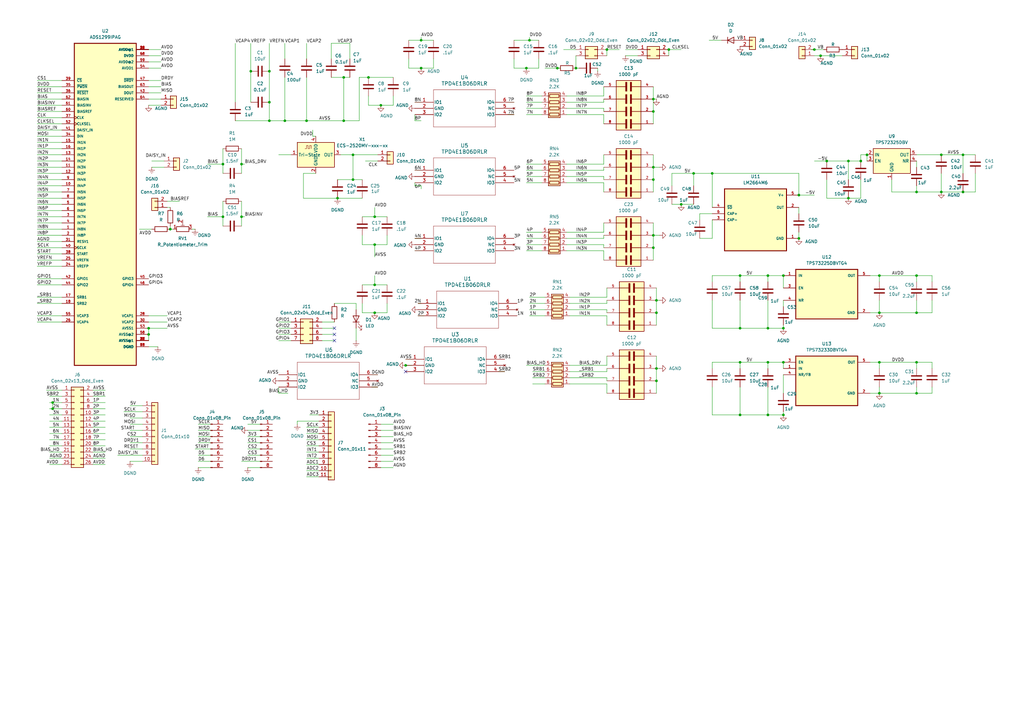
<source format=kicad_sch>
(kicad_sch (version 20231120) (generator "eeschema") (generator_version "8.0")
  (paper "A3")
  (lib_symbols
    (symbol "ADS1299:ADS1299IPAG" (pin_names (offset 1.016))
      (property "Reference" "U" (at -12.7 67.04 0))
      (property "Value" "ADS1299IPAG" (at -12.7 -70.04 0))
      (symbol "ADS1299IPAG_0_0"
        (pin input line (at -17.78 -10.16 0) (length 5.08) (name "IN8N") (number "1"))
        (pin input line (at -17.78 7.62 0) (length 5.08) (name "IN4P") (number "10"))
        (pin input line (at -17.78 15.24 0) (length 5.08) (name "IN3N") (number "11"))
        (pin input line (at -17.78 12.7 0) (length 5.08) (name "IN3P") (number "12"))
        (pin input line (at -17.78 20.32 0) (length 5.08) (name "IN2N") (number "13"))
        (pin input line (at -17.78 17.78 0) (length 5.08) (name "IN2P") (number "14"))
        (pin input line (at -17.78 25.4 0) (length 5.08) (name "IN1N") (number "15"))
        (pin input line (at -17.78 22.86 0) (length 5.08) (name "IN1P") (number "16"))
        (pin bidirectional line (at -17.78 -38.1 0) (length 5.08) (name "SRB1") (number "17"))
        (pin bidirectional line (at -17.78 -40.64 0) (length 5.08) (name "SRB2") (number "18"))
        (pin power_in line (at 17.78 63.5 180) (length 5.08) (name "AVDD@1") (number "19"))
        (pin input line (at -17.78 -12.7 0) (length 5.08) (name "IN8P") (number "2"))
        (pin power_in line (at 17.78 -55.88 180) (length 5.08) (name "AVSS@1") (number "20"))
        (pin power_in line (at 17.78 63.5 180) (length 5.08) (name "AVDD@1") (number "21"))
        (pin power_in line (at 17.78 63.5 180) (length 5.08) (name "AVDD@1") (number "22"))
        (pin power_in line (at 17.78 -55.88 180) (length 5.08) (name "AVSS@1") (number "23"))
        (pin input line (at -17.78 -25.4 0) (length 5.08) (name "VREFP") (number "24"))
        (pin input line (at -17.78 -22.86 0) (length 5.08) (name "VREFN") (number "25"))
        (pin bidirectional line (at -17.78 -48.26 0) (length 5.08) (name "VCAP4") (number "26"))
        (pin output line (at 17.78 -45.72 180) (length 5.08) (name "VCAP1") (number "28"))
        (pin input line (at -17.78 -5.08 0) (length 5.08) (name "IN7N") (number "3"))
        (pin output line (at 17.78 -48.26 180) (length 5.08) (name "VCAP2") (number "30"))
        (pin input line (at -17.78 -15.24 0) (length 5.08) (name "RESV1") (number "31"))
        (pin power_in line (at 17.78 -55.88 180) (length 5.08) (name "AVSS@1") (number "32"))
        (pin power_in line (at 17.78 -58.42 180) (length 5.08) (name "DGND") (number "33"))
        (pin input line (at -17.78 27.94 0) (length 5.08) (name "DIN") (number "34"))
        (pin input line (at -17.78 48.26 0) (length 5.08) (name "~{PWDN}") (number "35"))
        (pin input line (at -17.78 45.72 0) (length 5.08) (name "~{RESET}") (number "36"))
        (pin input clock (at -17.78 35.56 0) (length 5.08) (name "CLK") (number "37"))
        (pin input line (at -17.78 -20.32 0) (length 5.08) (name "START") (number "38"))
        (pin input line (at -17.78 50.8 0) (length 5.08) (name "~{CS}") (number "39"))
        (pin input line (at -17.78 -7.62 0) (length 5.08) (name "IN7P") (number "4"))
        (pin input clock (at -17.78 -17.78 0) (length 5.08) (name "SCLK") (number "40"))
        (pin input line (at -17.78 30.48 0) (length 5.08) (name "DAISY_IN") (number "41"))
        (pin bidirectional line (at -17.78 -30.48 0) (length 5.08) (name "GPIO1") (number "42"))
        (pin output line (at 17.78 45.72 180) (length 5.08) (name "DOUT") (number "43"))
        (pin bidirectional line (at -17.78 -33.02 0) (length 5.08) (name "GPIO2") (number "44"))
        (pin bidirectional line (at 17.78 -30.48 180) (length 5.08) (name "GPIO3") (number "45"))
        (pin bidirectional line (at 17.78 -33.02 180) (length 5.08) (name "GPIO4") (number "46"))
        (pin output line (at 17.78 50.8 180) (length 5.08) (name "~{DRDY}") (number "47"))
        (pin power_in line (at 17.78 60.96 180) (length 5.08) (name "DVDD") (number "48"))
        (pin power_in line (at 17.78 -58.42 180) (length 5.08) (name "DGND") (number "49"))
        (pin input line (at -17.78 0 0) (length 5.08) (name "IN6N") (number "5"))
        (pin power_in line (at 17.78 60.96 180) (length 5.08) (name "DVDD") (number "50"))
        (pin power_in line (at 17.78 -58.42 180) (length 5.08) (name "DGND") (number "51"))
        (pin input clock (at -17.78 33.02 0) (length 5.08) (name "CLKSEL") (number "52"))
        (pin power_in line (at 17.78 -50.8 180) (length 5.08) (name "AVSS1") (number "53"))
        (pin power_in line (at 17.78 55.88 180) (length 5.08) (name "AVDD1") (number "54"))
        (pin bidirectional line (at -17.78 -45.72 0) (length 5.08) (name "VCAP3") (number "55"))
        (pin power_in line (at 17.78 63.5 180) (length 5.08) (name "AVDD@1") (number "56"))
        (pin power_in line (at 17.78 -55.88 180) (length 5.08) (name "AVSS@1") (number "57"))
        (pin power_in line (at 17.78 -53.34 180) (length 5.08) (name "AVSS@2") (number "58"))
        (pin power_in line (at 17.78 58.42 180) (length 5.08) (name "AVDD@2") (number "59"))
        (pin input line (at -17.78 -2.54 0) (length 5.08) (name "IN6P") (number "6"))
        (pin input line (at -17.78 38.1 0) (length 5.08) (name "BIASREF") (number "60"))
        (pin input line (at -17.78 40.64 0) (length 5.08) (name "BIASINV") (number "61"))
        (pin input line (at -17.78 43.18 0) (length 5.08) (name "BIASIN") (number "62"))
        (pin output line (at 17.78 48.26 180) (length 5.08) (name "BIASOUT") (number "63"))
        (pin output line (at 17.78 43.18 180) (length 5.08) (name "RESERVED") (number "64"))
        (pin input line (at -17.78 5.08 0) (length 5.08) (name "IN5N") (number "7"))
        (pin input line (at -17.78 2.54 0) (length 5.08) (name "IN5P") (number "8"))
        (pin input line (at -17.78 10.16 0) (length 5.08) (name "IN4N") (number "9"))
      )
    )
    (symbol "Connector:Conn_01x08_Pin" (pin_names (offset 1.016) hide)
      (property "Reference" "J" (at 0 10.16 0))
      (property "Value" "Conn_01x08_Pin" (at 0 -12.7 0))
      (symbol "Conn_01x08_Pin_1_1"
        (pin passive line (at 5.08 7.62 180) (length 3.81) (name "Pin_1") (number "1"))
        (pin passive line (at 5.08 5.08 180) (length 3.81) (name "Pin_2") (number "2"))
        (pin passive line (at 5.08 2.54 180) (length 3.81) (name "Pin_3") (number "3"))
        (pin passive line (at 5.08 0 180) (length 3.81) (name "Pin_4") (number "4"))
        (pin passive line (at 5.08 -2.54 180) (length 3.81) (name "Pin_5") (number "5"))
        (pin passive line (at 5.08 -5.08 180) (length 3.81) (name "Pin_6") (number "6"))
        (pin passive line (at 5.08 -7.62 180) (length 3.81) (name "Pin_7") (number "7"))
        (pin passive line (at 5.08 -10.16 180) (length 3.81) (name "Pin_8") (number "8"))
      )
    )
    (symbol "Connector_Generic:Conn_01x02" (pin_names (offset 1.016) hide)
      (property "Reference" "J" (at 0 2.54 0))
      (property "Value" "Conn_01x02" (at 0 -5.08 0))
      (symbol "Conn_01x02_1_1"
        (pin passive line (at -5.08 0 0) (length 3.81) (name "Pin_1") (number "1"))
        (pin passive line (at -5.08 -2.54 0) (length 3.81) (name "Pin_2") (number "2"))
      )
    )
    (symbol "Connector_Generic:Conn_01x10" (pin_names (offset 1.016) hide)
      (property "Reference" "J" (at 0 12.7 0))
      (property "Value" "Conn_01x10" (at 0 -15.24 0))
      (symbol "Conn_01x10_1_1"
        (pin passive line (at -5.08 10.16 0) (length 3.81) (name "Pin_1") (number "1"))
        (pin passive line (at -5.08 -12.7 0) (length 3.81) (name "Pin_10") (number "10"))
        (pin passive line (at -5.08 7.62 0) (length 3.81) (name "Pin_2") (number "2"))
        (pin passive line (at -5.08 5.08 0) (length 3.81) (name "Pin_3") (number "3"))
        (pin passive line (at -5.08 2.54 0) (length 3.81) (name "Pin_4") (number "4"))
        (pin passive line (at -5.08 0 0) (length 3.81) (name "Pin_5") (number "5"))
        (pin passive line (at -5.08 -2.54 0) (length 3.81) (name "Pin_6") (number "6"))
        (pin passive line (at -5.08 -5.08 0) (length 3.81) (name "Pin_7") (number "7"))
        (pin passive line (at -5.08 -7.62 0) (length 3.81) (name "Pin_8") (number "8"))
        (pin passive line (at -5.08 -10.16 0) (length 3.81) (name "Pin_9") (number "9"))
      )
    )
    (symbol "Connector_Generic:Conn_01x11" (pin_names (offset 1.016) hide)
      (property "Reference" "J" (at 0 15.24 0))
      (property "Value" "Conn_01x11" (at 0 -15.24 0))
      (symbol "Conn_01x11_1_1"
        (pin passive line (at -5.08 12.7 0) (length 3.81) (name "Pin_1") (number "1"))
        (pin passive line (at -5.08 -10.16 0) (length 3.81) (name "Pin_10") (number "10"))
        (pin passive line (at -5.08 -12.7 0) (length 3.81) (name "Pin_11") (number "11"))
        (pin passive line (at -5.08 10.16 0) (length 3.81) (name "Pin_2") (number "2"))
        (pin passive line (at -5.08 7.62 0) (length 3.81) (name "Pin_3") (number "3"))
        (pin passive line (at -5.08 5.08 0) (length 3.81) (name "Pin_4") (number "4"))
        (pin passive line (at -5.08 2.54 0) (length 3.81) (name "Pin_5") (number "5"))
        (pin passive line (at -5.08 0 0) (length 3.81) (name "Pin_6") (number "6"))
        (pin passive line (at -5.08 -2.54 0) (length 3.81) (name "Pin_7") (number "7"))
        (pin passive line (at -5.08 -5.08 0) (length 3.81) (name "Pin_8") (number "8"))
        (pin passive line (at -5.08 -7.62 0) (length 3.81) (name "Pin_9") (number "9"))
      )
    )
    (symbol "Connector_Generic:Conn_02x02_Odd_Even" (pin_names (offset 1.016) hide)
      (property "Reference" "J" (at 1.27 2.54 0))
      (property "Value" "Conn_02x02_Odd_Even" (at 1.27 -5.08 0))
      (symbol "Conn_02x02_Odd_Even_1_1"
        (pin passive line (at -5.08 0 0) (length 3.81) (name "Pin_1") (number "1"))
        (pin passive line (at 7.62 0 180) (length 3.81) (name "Pin_2") (number "2"))
        (pin passive line (at -5.08 -2.54 0) (length 3.81) (name "Pin_3") (number "3"))
        (pin passive line (at 7.62 -2.54 180) (length 3.81) (name "Pin_4") (number "4"))
      )
    )
    (symbol "Connector_Generic:Conn_02x04_Odd_Even" (pin_names (offset 1.016) hide)
      (property "Reference" "J" (at 1.27 5.08 0))
      (property "Value" "Conn_02x04_Odd_Even" (at 1.27 -7.62 0))
      (symbol "Conn_02x04_Odd_Even_1_1"
        (pin passive line (at -5.08 2.54 0) (length 3.81) (name "Pin_1") (number "1"))
        (pin passive line (at 7.62 2.54 180) (length 3.81) (name "Pin_2") (number "2"))
        (pin passive line (at -5.08 0 0) (length 3.81) (name "Pin_3") (number "3"))
        (pin passive line (at 7.62 0 180) (length 3.81) (name "Pin_4") (number "4"))
        (pin passive line (at -5.08 -2.54 0) (length 3.81) (name "Pin_5") (number "5"))
        (pin passive line (at 7.62 -2.54 180) (length 3.81) (name "Pin_6") (number "6"))
        (pin passive line (at -5.08 -5.08 0) (length 3.81) (name "Pin_7") (number "7"))
        (pin passive line (at 7.62 -5.08 180) (length 3.81) (name "Pin_8") (number "8"))
      )
    )
    (symbol "Connector_Generic:Conn_02x13_Odd_Even" (pin_names (offset 1.016) hide)
      (property "Reference" "J" (at 1.27 17.78 0))
      (property "Value" "Conn_02x13_Odd_Even" (at 1.27 -17.78 0))
      (symbol "Conn_02x13_Odd_Even_1_1"
        (pin passive line (at -5.08 15.24 0) (length 3.81) (name "Pin_1") (number "1"))
        (pin passive line (at 7.62 5.08 180) (length 3.81) (name "Pin_10") (number "10"))
        (pin passive line (at -5.08 2.54 0) (length 3.81) (name "Pin_11") (number "11"))
        (pin passive line (at 7.62 2.54 180) (length 3.81) (name "Pin_12") (number "12"))
        (pin passive line (at -5.08 0 0) (length 3.81) (name "Pin_13") (number "13"))
        (pin passive line (at 7.62 0 180) (length 3.81) (name "Pin_14") (number "14"))
        (pin passive line (at -5.08 -2.54 0) (length 3.81) (name "Pin_15") (number "15"))
        (pin passive line (at 7.62 -2.54 180) (length 3.81) (name "Pin_16") (number "16"))
        (pin passive line (at -5.08 -5.08 0) (length 3.81) (name "Pin_17") (number "17"))
        (pin passive line (at 7.62 -5.08 180) (length 3.81) (name "Pin_18") (number "18"))
        (pin passive line (at -5.08 -7.62 0) (length 3.81) (name "Pin_19") (number "19"))
        (pin passive line (at 7.62 15.24 180) (length 3.81) (name "Pin_2") (number "2"))
        (pin passive line (at 7.62 -7.62 180) (length 3.81) (name "Pin_20") (number "20"))
        (pin passive line (at -5.08 -10.16 0) (length 3.81) (name "Pin_21") (number "21"))
        (pin passive line (at 7.62 -10.16 180) (length 3.81) (name "Pin_22") (number "22"))
        (pin passive line (at -5.08 -12.7 0) (length 3.81) (name "Pin_23") (number "23"))
        (pin passive line (at 7.62 -12.7 180) (length 3.81) (name "Pin_24") (number "24"))
        (pin passive line (at -5.08 -15.24 0) (length 3.81) (name "Pin_25") (number "25"))
        (pin passive line (at 7.62 -15.24 180) (length 3.81) (name "Pin_26") (number "26"))
        (pin passive line (at -5.08 12.7 0) (length 3.81) (name "Pin_3") (number "3"))
        (pin passive line (at 7.62 12.7 180) (length 3.81) (name "Pin_4") (number "4"))
        (pin passive line (at -5.08 10.16 0) (length 3.81) (name "Pin_5") (number "5"))
        (pin passive line (at 7.62 10.16 180) (length 3.81) (name "Pin_6") (number "6"))
        (pin passive line (at -5.08 7.62 0) (length 3.81) (name "Pin_7") (number "7"))
        (pin passive line (at 7.62 7.62 180) (length 3.81) (name "Pin_8") (number "8"))
        (pin passive line (at -5.08 5.08 0) (length 3.81) (name "Pin_9") (number "9"))
      )
    )
    (symbol "Device:C" (pin_numbers hide) (pin_names (offset 0.254))
      (property "Reference" "C" (at 0.635 2.54 0))
      (property "Value" "C" (at 0.635 -2.54 0))
      (symbol "C_1_1"
        (pin passive line (at 0 3.81 270) (length 2.794) (name "~") (number "1"))
        (pin passive line (at 0 -3.81 90) (length 2.794) (name "~") (number "2"))
      )
    )
    (symbol "Device:D" (pin_numbers hide) (pin_names (offset 1.016) hide)
      (property "Reference" "D" (at 0 2.54 0))
      (property "Value" "D" (at 0 -2.54 0))
      (symbol "D_1_1"
        (pin passive line (at -3.81 0 0) (length 2.54) (name "K") (number "1"))
        (pin passive line (at 3.81 0 180) (length 2.54) (name "A") (number "2"))
      )
    )
    (symbol "Device:LED" (pin_numbers hide) (pin_names (offset 1.016) hide)
      (property "Reference" "D" (at 0 2.54 0))
      (property "Value" "LED" (at 0 -2.54 0))
      (symbol "LED_1_1"
        (pin passive line (at -3.81 0 0) (length 2.54) (name "K") (number "1"))
        (pin passive line (at 3.81 0 180) (length 2.54) (name "A") (number "2"))
      )
    )
    (symbol "Device:R" (pin_numbers hide) (pin_names (offset 0))
      (property "Reference" "R" (at 2.032 0 90))
      (property "Value" "R" (at 0 0 90))
      (symbol "R_1_1"
        (pin passive line (at 0 3.81 270) (length 1.27) (name "~") (number "1"))
        (pin passive line (at 0 -3.81 90) (length 1.27) (name "~") (number "2"))
      )
    )
    (symbol "Device:R_Pack04" (pin_names (offset 0) hide)
      (property "Reference" "RN" (at -7.62 0 90))
      (property "Value" "R_Pack04" (at 5.08 0 90))
      (symbol "R_Pack04_1_1"
        (pin passive line (at -5.08 -5.08 90) (length 2.54) (name "R1.1") (number "1"))
        (pin passive line (at -2.54 -5.08 90) (length 2.54) (name "R2.1") (number "2"))
        (pin passive line (at 0 -5.08 90) (length 2.54) (name "R3.1") (number "3"))
        (pin passive line (at 2.54 -5.08 90) (length 2.54) (name "R4.1") (number "4"))
        (pin passive line (at 2.54 5.08 270) (length 2.54) (name "R4.2") (number "5"))
        (pin passive line (at 0 5.08 270) (length 2.54) (name "R3.2") (number "6"))
        (pin passive line (at -2.54 5.08 270) (length 2.54) (name "R2.2") (number "7"))
        (pin passive line (at -5.08 5.08 270) (length 2.54) (name "R1.2") (number "8"))
      )
    )
    (symbol "Device:R_Potentiometer_Trim" (pin_names (offset 1.016) hide)
      (property "Reference" "RV" (at -4.445 0 90))
      (property "Value" "R_Potentiometer_Trim" (at -2.54 0 90))
      (symbol "R_Potentiometer_Trim_1_1"
        (pin passive line (at 0 3.81 270) (length 1.27) (name "1") (number "1"))
        (pin passive line (at 3.81 0 180) (length 1.27) (name "2") (number "2"))
        (pin passive line (at 0 -3.81 90) (length 1.27) (name "3") (number "3"))
      )
    )
    (symbol "LM2664M6:LM2664M6" (pin_names (offset 1.016))
      (property "Reference" "U" (at -12.7 13.7 0))
      (property "Value" "LM2664M6" (at -12.7 -16.7 0))
      (symbol "LM2664M6_0_0"
        (pin power_in line (at 17.78 -7.62 180) (length 5.08) (name "GND") (number "1"))
        (pin output line (at 17.78 5.08 180) (length 5.08) (name "OUT") (number "2"))
        (pin input line (at -17.78 0 0) (length 5.08) (name "CAP-") (number "3"))
        (pin input line (at -17.78 5.08 0) (length 5.08) (name "~{SD}") (number "4"))
        (pin power_in line (at 17.78 10.16 180) (length 5.08) (name "V+") (number "5"))
        (pin input line (at -17.78 2.54 0) (length 5.08) (name "CAP+") (number "6"))
      )
    )
    (symbol "Oscillator:ECS-2520MV-xxx-xx"
      (property "Reference" "X" (at -5.08 6.35 0))
      (property "Value" "ECS-2520MV-xxx-xx" (at 1.27 -6.35 0))
      (symbol "ECS-2520MV-xxx-xx_1_1"
        (pin input line (at -10.16 0 0) (length 2.54) (name "Tri-State") (number "1"))
        (pin power_in line (at 0 -7.62 90) (length 2.54) (name "GND") (number "2"))
        (pin output line (at 10.16 0 180) (length 2.54) (name "OUT") (number "3"))
        (pin power_in line (at 0 7.62 270) (length 2.54) (name "VDD") (number "4"))
      )
    )
    (symbol "Regulator_Linear:TPS72325DBV"
      (property "Reference" "U" (at -6.35 6.35 0))
      (property "Value" "TPS72325DBV" (at 0 6.35 0))
      (symbol "TPS72325DBV_1_1"
        (pin power_in line (at 0 -7.62 90) (length 2.54) (name "GND") (number "1"))
        (pin power_in line (at -10.16 2.54 0) (length 2.54) (name "IN") (number "2"))
        (pin input line (at -10.16 0 0) (length 2.54) (name "EN") (number "3"))
        (pin input line (at 10.16 0 180) (length 2.54) (name "NR") (number "4"))
        (pin power_out line (at 10.16 2.54 180) (length 2.54) (name "OUT") (number "5"))
      )
    )
    (symbol "TPD4E1B06 (ESD):TPD4E1B06DRLR" (pin_names (offset 0.254))
      (property "Reference" "U" (at 20.32 10.16 0))
      (property "Value" "TPD4E1B06DRLR" (at 20.32 7.62 0))
      (symbol "TPD4E1B06DRLR_0_1"
        (pin bidirectional line (at 0 0 0) (length 7.62) (name "IO1") (number "1"))
        (pin power_in line (at 0 -2.54 0) (length 7.62) (name "GND") (number "2"))
        (pin bidirectional line (at 0 -5.08 0) (length 7.62) (name "IO2") (number "3"))
        (pin bidirectional line (at 40.64 -5.08 180) (length 7.62) (name "IO3") (number "4"))
        (pin no_connect line (at 40.64 -2.54 180) (length 7.62) (name "NC") (number "5"))
        (pin bidirectional line (at 40.64 0 180) (length 7.62) (name "IO4") (number "6"))
      )
    )
    (symbol "TPS73225DBVTG4:TPS73225DBVTG4" (pin_names (offset 1.016))
      (property "Reference" "U" (at -12.7 11.16 0))
      (property "Value" "TPS73225DBVTG4" (at -12.7 -14.16 0))
      (symbol "TPS73225DBVTG4_0_0"
        (pin input line (at -17.78 7.62 0) (length 5.08) (name "IN") (number "1"))
        (pin power_in line (at 17.78 -7.62 180) (length 5.08) (name "GND") (number "2"))
        (pin bidirectional line (at -17.78 2.54 0) (length 5.08) (name "EN") (number "3"))
        (pin bidirectional line (at -17.78 -2.54 0) (length 5.08) (name "NR") (number "4"))
        (pin output line (at 17.78 7.62 180) (length 5.08) (name "OUT") (number "5"))
      )
    )
    (symbol "TPS73233DBVTG4:TPS73233DBVTG4" (pin_names (offset 1.016))
      (property "Reference" "U" (at -12.7 11.16 0))
      (property "Value" "TPS73233DBVTG4" (at -12.7 -14.16 0))
      (symbol "TPS73233DBVTG4_0_0"
        (pin input line (at -17.78 5.08 0) (length 5.08) (name "IN") (number "1"))
        (pin power_in line (at 17.78 -5.08 180) (length 5.08) (name "GND") (number "2"))
        (pin input line (at -17.78 7.62 0) (length 5.08) (name "EN") (number "3"))
        (pin input line (at -17.78 2.54 0) (length 5.08) (name "NR/FB") (number "4"))
        (pin output line (at 17.78 7.62 180) (length 5.08) (name "OUT") (number "5"))
      )
    )
    (symbol "W3A45C102K4T2A (C_array):CKCL44X7R1H102M085AA" (pin_names (offset 1.016))
      (property "Reference" "C" (at -5.08 11.43 0))
      (property "Value" "CKCL44X7R1H102M085AA" (at -5.08 -12.7 0))
      (symbol "CKCL44X7R1H102M085AA_0_0"
        (pin passive line (at -10.16 7.62 0) (length 5.08) (name "~") (number "1"))
        (pin passive line (at -10.16 2.54 0) (length 5.08) (name "~") (number "2"))
        (pin passive line (at -10.16 -2.54 0) (length 5.08) (name "~") (number "3"))
        (pin passive line (at -10.16 -7.62 0) (length 5.08) (name "~") (number "4"))
        (pin passive line (at 10.16 -7.62 180) (length 5.08) (name "~") (number "5"))
        (pin passive line (at 10.16 -2.54 180) (length 5.08) (name "~") (number "6"))
        (pin passive line (at 10.16 2.54 180) (length 5.08) (name "~") (number "7"))
        (pin passive line (at 10.16 7.62 180) (length 5.08) (name "~") (number "8"))
      )
    )
    (symbol "power:GND" (power) (pin_numbers hide) (pin_names (offset 0) hide)
      (property "Value" "GND" (at 0 -3.81 0))
      (symbol "GND_1_1"
        (pin power_in line (at 0 0 270) (length 0) (name "~") (number "1"))
      )
    )
    (symbol "power:GNDREF" (power) (pin_numbers hide) (pin_names (offset 0) hide)
      (property "Value" "GNDREF" (at 0 -3.81 0))
      (symbol "GNDREF_1_1"
        (pin power_in line (at 0 0 270) (length 0) (name "~") (number "1"))
      )
    )
  )
  (junction (at 166.37 149.86))
  (junction (at 267.97 101.6))
  (junction (at 217.17 16.51))
  (junction (at 314.96 113.03))
  (junction (at 228.6 27.94))
  (junction (at 375.92 148.59))
  (junction (at 110.49 41.91))
  (junction (at 279.4 83.82))
  (junction (at 140.97 49.53))
  (junction (at 375.92 78.74))
  (junction (at 269.24 156.21))
  (junction (at 102.87 29.21))
  (junction (at 172.72 27.94))
  (junction (at 116.84 49.53))
  (junction (at 110.49 29.21))
  (junction (at 267.97 96.52))
  (junction (at 274.32 20.32))
  (junction (at 321.31 134.62))
  (junction (at 360.68 113.03))
  (junction (at 314.96 134.62))
  (junction (at 347.98 81.28))
  (junction (at 172.72 16.51))
  (junction (at 355.6 63.5))
  (junction (at 269.24 151.13))
  (junction (at 138.43 81.28))
  (junction (at 153.67 88.9))
  (junction (at 360.68 148.59))
  (junction (at 267.97 68.58))
  (junction (at 353.06 66.04))
  (junction (at 314.96 170.18))
  (junction (at 110.49 49.53))
  (junction (at 327.66 80.01))
  (junction (at 248.92 20.32))
  (junction (at 267.97 40.64))
  (junction (at 386.08 63.5))
  (junction (at 144.78 73.66))
  (junction (at 339.09 66.04))
  (junction (at 375.92 128.27))
  (junction (at 144.78 63.5))
  (junction (at 140.97 31.75))
  (junction (at 303.53 170.18))
  (junction (at 21.59 167.64))
  (junction (at 284.48 71.12))
  (junction (at 99.06 88.9))
  (junction (at 303.53 148.59))
  (junction (at 60.96 137.16))
  (junction (at 303.53 113.03))
  (junction (at 21.59 165.1))
  (junction (at 69.85 93.98))
  (junction (at 151.13 31.75))
  (junction (at 321.31 148.59))
  (junction (at 360.68 128.27))
  (junction (at 267.97 73.66))
  (junction (at 360.68 161.29))
  (junction (at 394.97 78.74))
  (junction (at 347.98 66.04))
  (junction (at 215.9 27.94))
  (junction (at 269.24 123.19))
  (junction (at 336.55 22.86))
  (junction (at 321.31 170.18))
  (junction (at 156.21 43.18))
  (junction (at 125.73 49.53))
  (junction (at 60.96 134.62))
  (junction (at 153.67 116.84))
  (junction (at 153.67 128.27))
  (junction (at 386.08 78.74))
  (junction (at 269.24 128.27))
  (junction (at 321.31 113.03))
  (junction (at 236.22 27.94))
  (junction (at 267.97 45.72))
  (junction (at 375.92 113.03))
  (junction (at 375.92 161.29))
  (junction (at 91.44 67.31))
  (junction (at 303.53 134.62))
  (junction (at 153.67 100.33))
  (junction (at 394.97 63.5))
  (junction (at 99.06 67.31))
  (junction (at 327.66 97.79))
  (junction (at 334.01 20.32))
  (junction (at 292.1 71.12))
  (junction (at 314.96 148.59))
  (junction (at 91.44 88.9))
  (no_connect (at 137.16 139.7))
  (no_connect (at 166.37 152.4))
  (no_connect (at 137.16 134.62))
  (no_connect (at 137.16 137.16))
  (wire (pts (xy 144.78 73.66) (xy 144.78 63.5)))
  (wire (pts (xy 269.24 123.19) (xy 270.51 123.19)))
  (wire (pts (xy 386.08 78.74) (xy 386.08 71.12)))
  (wire (pts (xy 269.24 128.27) (xy 269.24 133.35)))
  (wire (pts (xy 232.41 46.99) (xy 247.65 46.99)))
  (wire (pts (xy 60.96 129.54) (xy 68.58 129.54)))
  (wire (pts (xy 60.96 142.24) (xy 64.77 142.24)))
  (wire (pts (xy 215.9 27.94) (xy 220.98 27.94)))
  (wire (pts (xy 60.96 40.64) (xy 66.04 40.64)))
  (wire (pts (xy 53.34 173.99) (xy 58.42 173.99)))
  (wire (pts (xy 233.68 149.86) (xy 248.92 149.86)))
  (wire (pts (xy 20.32 172.72) (xy 25.4 172.72)))
  (wire (pts (xy 101.6 181.61) (xy 106.68 181.61)))
  (wire (pts (xy 99.06 82.55) (xy 99.06 88.9)))
  (wire (pts (xy 60.96 132.08) (xy 68.58 132.08)))
  (wire (pts (xy 151.13 43.18) (xy 156.21 43.18)))
  (wire (pts (xy 101.6 179.07) (xy 106.68 179.07)))
  (wire (pts (xy 172.72 16.51) (xy 177.8 16.51)))
  (wire (pts (xy 210.82 24.13) (xy 210.82 27.94)))
  (wire (pts (xy 292.1 123.19) (xy 292.1 134.62)))
  (wire (pts (xy 232.41 95.25) (xy 247.65 95.25)))
  (wire (pts (xy 114.3 132.08) (xy 119.38 132.08)))
  (wire (pts (xy 121.92 172.72) (xy 121.92 173.99)))
  (wire (pts (xy 15.24 53.34) (xy 25.4 53.34)))
  (wire (pts (xy 38.1 182.88) (xy 43.18 182.88)))
  (wire (pts (xy 15.24 43.18) (xy 25.4 43.18)))
  (wire (pts (xy 382.27 123.19) (xy 382.27 128.27)))
  (wire (pts (xy 15.24 78.74) (xy 25.4 78.74)))
  (wire (pts (xy 332.74 20.32) (xy 334.01 20.32)))
  (wire (pts (xy 101.6 176.53) (xy 106.68 176.53)))
  (wire (pts (xy 287.02 90.17) (xy 287.02 87.63)))
  (wire (pts (xy 217.17 15.24) (xy 217.17 16.51)))
  (wire (pts (xy 20.32 182.88) (xy 25.4 182.88)))
  (wire (pts (xy 124.46 71.12) (xy 124.46 81.28)))
  (wire (pts (xy 215.9 67.31) (xy 222.25 67.31)))
  (wire (pts (xy 38.1 190.5) (xy 43.18 190.5)))
  (wire (pts (xy 360.68 128.27) (xy 356.87 128.27)))
  (wire (pts (xy 339.09 66.04) (xy 347.98 66.04)))
  (wire (pts (xy 144.78 63.5) (xy 154.94 63.5)))
  (wire (pts (xy 336.55 22.86) (xy 345.44 22.86)))
  (wire (pts (xy 321.31 153.67) (xy 321.31 161.29)))
  (wire (pts (xy 172.72 76.2) (xy 170.18 76.2)))
  (wire (pts (xy 327.66 71.12) (xy 327.66 80.01)))
  (wire (pts (xy 248.92 157.48) (xy 248.92 161.29)))
  (wire (pts (xy 15.24 86.36) (xy 25.4 86.36)))
  (wire (pts (xy 148.59 128.27) (xy 153.67 128.27)))
  (wire (pts (xy 53.34 171.45) (xy 58.42 171.45)))
  (wire (pts (xy 360.68 113.03) (xy 360.68 115.57)))
  (wire (pts (xy 110.49 41.91) (xy 110.49 49.53)))
  (wire (pts (xy 140.97 31.75) (xy 143.51 31.75)))
  (wire (pts (xy 60.96 33.02) (xy 66.04 33.02)))
  (wire (pts (xy 375.92 151.13) (xy 375.92 148.59)))
  (wire (pts (xy 232.41 97.79) (xy 247.65 97.79)))
  (wire (pts (xy 85.09 88.9) (xy 91.44 88.9)))
  (wire (pts (xy 60.96 137.16) (xy 60.96 139.7)))
  (wire (pts (xy 360.68 158.75) (xy 360.68 161.29)))
  (wire (pts (xy 81.28 191.77) (xy 86.36 191.77)))
  (wire (pts (xy 118.11 161.29) (xy 114.3 161.29)))
  (wire (pts (xy 248.92 149.86) (xy 248.92 146.05)))
  (wire (pts (xy 127 170.18) (xy 130.81 170.18)))
  (wire (pts (xy 15.24 68.58) (xy 25.4 68.58)))
  (wire (pts (xy 125.73 182.88) (xy 130.81 182.88)))
  (wire (pts (xy 274.32 20.32) (xy 274.32 22.86)))
  (wire (pts (xy 15.24 88.9) (xy 25.4 88.9)))
  (wire (pts (xy 232.41 44.45) (xy 247.65 44.45)))
  (wire (pts (xy 269.24 151.13) (xy 269.24 156.21)))
  (wire (pts (xy 114.3 63.5) (xy 119.38 63.5)))
  (wire (pts (xy 20.32 170.18) (xy 25.4 170.18)))
  (wire (pts (xy 172.72 97.79) (xy 170.18 97.79)))
  (wire (pts (xy 334.01 20.32) (xy 337.82 20.32)))
  (wire (pts (xy 314.96 151.13) (xy 314.96 148.59)))
  (wire (pts (xy 347.98 66.04) (xy 353.06 66.04)))
  (wire (pts (xy 232.41 102.87) (xy 247.65 102.87)))
  (wire (pts (xy 15.24 40.64) (xy 25.4 40.64)))
  (wire (pts (xy 217.17 124.46) (xy 223.52 124.46)))
  (wire (pts (xy 232.41 74.93) (xy 247.65 74.93)))
  (wire (pts (xy 356.87 148.59) (xy 360.68 148.59)))
  (wire (pts (xy 355.6 63.5) (xy 355.6 66.04)))
  (wire (pts (xy 375.92 148.59) (xy 360.68 148.59)))
  (wire (pts (xy 101.6 186.69) (xy 106.68 186.69)))
  (wire (pts (xy 128.27 55.88) (xy 129.54 55.88)))
  (wire (pts (xy 232.41 41.91) (xy 247.65 41.91)))
  (wire (pts (xy 147.32 31.75) (xy 151.13 31.75)))
  (wire (pts (xy 99.06 88.9) (xy 100.33 88.9)))
  (wire (pts (xy 353.06 73.66) (xy 353.06 81.28)))
  (wire (pts (xy 360.68 161.29) (xy 375.92 161.29)))
  (wire (pts (xy 247.65 41.91) (xy 247.65 40.64)))
  (wire (pts (xy 158.75 124.46) (xy 158.75 128.27)))
  (wire (pts (xy 138.43 73.66) (xy 144.78 73.66)))
  (wire (pts (xy 232.41 72.39) (xy 247.65 72.39)))
  (wire (pts (xy 314.96 115.57) (xy 314.96 113.03)))
  (wire (pts (xy 68.58 82.55) (xy 73.66 82.55)))
  (wire (pts (xy 267.97 101.6) (xy 267.97 106.68)))
  (wire (pts (xy 167.64 27.94) (xy 172.72 27.94)))
  (wire (pts (xy 292.1 97.79) (xy 287.02 97.79)))
  (wire (pts (xy 132.08 139.7) (xy 137.16 139.7)))
  (wire (pts (xy 38.1 187.96) (xy 43.18 187.96)))
  (wire (pts (xy 167.64 16.51) (xy 172.72 16.51)))
  (wire (pts (xy 132.08 137.16) (xy 137.16 137.16)))
  (wire (pts (xy 287.02 87.63) (xy 292.1 87.63)))
  (wire (pts (xy 215.9 44.45) (xy 222.25 44.45)))
  (wire (pts (xy 375.92 123.19) (xy 375.92 128.27)))
  (wire (pts (xy 125.73 195.58) (xy 130.81 195.58)))
  (wire (pts (xy 81.28 181.61) (xy 86.36 181.61)))
  (wire (pts (xy 38.1 175.26) (xy 43.18 175.26)))
  (wire (pts (xy 215.9 41.91) (xy 222.25 41.91)))
  (wire (pts (xy 232.41 39.37) (xy 247.65 39.37)))
  (wire (pts (xy 360.68 128.27) (xy 375.92 128.27)))
  (wire (pts (xy 21.59 167.64) (xy 25.4 167.64)))
  (wire (pts (xy 256.54 20.32) (xy 261.62 20.32)))
  (wire (pts (xy 275.59 71.12) (xy 284.48 71.12)))
  (wire (pts (xy 321.31 113.03) (xy 321.31 118.11)))
  (wire (pts (xy 156.21 191.77) (xy 161.29 191.77)))
  (wire (pts (xy 135.89 17.78) (xy 135.89 24.13)))
  (wire (pts (xy 15.24 99.06) (xy 25.4 99.06)))
  (wire (pts (xy 256.54 22.86) (xy 261.62 22.86)))
  (wire (pts (xy 375.92 113.03) (xy 360.68 113.03)))
  (wire (pts (xy 20.32 162.56) (xy 25.4 162.56)))
  (wire (pts (xy 125.73 185.42) (xy 130.81 185.42)))
  (wire (pts (xy 172.72 15.24) (xy 172.72 16.51)))
  (wire (pts (xy 269.24 118.11) (xy 269.24 123.19)))
  (wire (pts (xy 15.24 33.02) (xy 25.4 33.02)))
  (wire (pts (xy 303.53 151.13) (xy 303.53 148.59)))
  (wire (pts (xy 210.82 27.94) (xy 215.9 27.94)))
  (wire (pts (xy 284.48 71.12) (xy 292.1 71.12)))
  (wire (pts (xy 172.72 27.94) (xy 177.8 27.94)))
  (wire (pts (xy 231.14 20.32) (xy 236.22 20.32)))
  (wire (pts (xy 248.92 154.94) (xy 248.92 156.21)))
  (wire (pts (xy 267.97 40.64) (xy 267.97 45.72)))
  (wire (pts (xy 321.31 133.35) (xy 321.31 134.62)))
  (wire (pts (xy 149.86 66.04) (xy 154.94 66.04)))
  (wire (pts (xy 15.24 83.82) (xy 25.4 83.82)))
  (wire (pts (xy 400.05 71.12) (xy 400.05 78.74)))
  (wire (pts (xy 38.1 162.56) (xy 43.18 162.56)))
  (wire (pts (xy 148.59 124.46) (xy 148.59 128.27)))
  (wire (pts (xy 53.34 179.07) (xy 58.42 179.07)))
  (wire (pts (xy 215.9 97.79) (xy 222.25 97.79)))
  (wire (pts (xy 267.97 96.52) (xy 267.97 101.6)))
  (wire (pts (xy 382.27 158.75) (xy 382.27 161.29)))
  (wire (pts (xy 152.4 153.67) (xy 154.94 153.67)))
  (wire (pts (xy 60.96 25.4) (xy 66.04 25.4)))
  (wire (pts (xy 161.29 39.37) (xy 161.29 43.18)))
  (wire (pts (xy 172.72 102.87) (xy 170.18 102.87)))
  (wire (pts (xy 248.92 20.32) (xy 248.92 22.86)))
  (wire (pts (xy 138.43 81.28) (xy 148.59 81.28)))
  (wire (pts (xy 60.96 134.62) (xy 60.96 137.16)))
  (wire (pts (xy 102.87 17.78) (xy 102.87 29.21)))
  (wire (pts (xy 356.87 113.03) (xy 360.68 113.03)))
  (wire (pts (xy 375.92 78.74) (xy 386.08 78.74)))
  (wire (pts (xy 172.72 49.53) (xy 170.18 49.53)))
  (wire (pts (xy 60.96 27.94) (xy 66.04 27.94)))
  (wire (pts (xy 21.59 165.1) (xy 25.4 165.1)))
  (wire (pts (xy 394.97 63.5) (xy 394.97 71.12)))
  (wire (pts (xy 375.92 158.75) (xy 375.92 161.29)))
  (wire (pts (xy 148.59 96.52) (xy 148.59 100.33)))
  (wire (pts (xy 125.73 190.5) (xy 130.81 190.5)))
  (wire (pts (xy 125.73 177.8) (xy 130.81 177.8)))
  (wire (pts (xy 248.92 152.4) (xy 248.92 151.13)))
  (wire (pts (xy 68.58 85.09) (xy 69.85 85.09)))
  (wire (pts (xy 101.6 173.99) (xy 106.68 173.99)))
  (wire (pts (xy 290.83 16.51) (xy 295.91 16.51)))
  (wire (pts (xy 223.52 27.94) (xy 228.6 27.94)))
  (wire (pts (xy 15.24 73.66) (xy 25.4 73.66)))
  (wire (pts (xy 382.27 151.13) (xy 382.27 148.59)))
  (wire (pts (xy 15.24 63.5) (xy 25.4 63.5)))
  (wire (pts (xy 245.11 27.94) (xy 245.11 29.21)))
  (wire (pts (xy 292.1 90.17) (xy 292.1 97.79)))
  (wire (pts (xy 375.92 76.2) (xy 375.92 78.74)))
  (wire (pts (xy 334.01 66.04) (xy 339.09 66.04)))
  (wire (pts (xy 267.97 40.64) (xy 269.24 40.64)))
  (wire (pts (xy 353.06 63.5) (xy 355.6 63.5)))
  (wire (pts (xy 233.68 127) (xy 248.92 127)))
  (wire (pts (xy 314.96 113.03) (xy 321.31 113.03)))
  (wire (pts (xy 360.68 148.59) (xy 360.68 151.13)))
  (wire (pts (xy 172.72 124.46) (xy 171.45 124.46)))
  (wire (pts (xy 146.05 127) (xy 146.05 124.46)))
  (wire (pts (xy 215.9 102.87) (xy 222.25 102.87)))
  (wire (pts (xy 15.24 50.8) (xy 25.4 50.8)))
  (wire (pts (xy 15.24 104.14) (xy 25.4 104.14)))
  (wire (pts (xy 248.92 20.32) (xy 254 20.32)))
  (wire (pts (xy 15.24 45.72) (xy 25.4 45.72)))
  (wire (pts (xy 21.59 167.64) (xy 21.59 165.1)))
  (wire (pts (xy 154.94 158.75) (xy 152.4 158.75)))
  (wire (pts (xy 327.66 85.09) (xy 327.66 87.63)))
  (wire (pts (xy 220.98 24.13) (xy 220.98 27.94)))
  (wire (pts (xy 60.96 134.62) (xy 68.58 134.62)))
  (wire (pts (xy 327.66 80.01) (xy 334.01 80.01)))
  (wire (pts (xy 53.34 181.61) (xy 58.42 181.61)))
  (wire (pts (xy 151.13 31.75) (xy 161.29 31.75)))
  (wire (pts (xy 365.76 78.74) (xy 375.92 78.74)))
  (wire (pts (xy 20.32 190.5) (xy 25.4 190.5)))
  (wire (pts (xy 303.53 113.03) (xy 314.96 113.03)))
  (wire (pts (xy 99.06 67.31) (xy 99.06 71.12)))
  (wire (pts (xy 233.68 124.46) (xy 248.92 124.46)))
  (wire (pts (xy 267.97 73.66) (xy 267.97 78.74)))
  (wire (pts (xy 248.92 127) (xy 248.92 128.27)))
  (wire (pts (xy 215.9 100.33) (xy 222.25 100.33)))
  (wire (pts (xy 15.24 116.84) (xy 25.4 116.84)))
  (wire (pts (xy 146.05 139.7) (xy 146.05 134.62)))
  (wire (pts (xy 208.28 41.91) (xy 210.82 41.91)))
  (wire (pts (xy 292.1 113.03) (xy 303.53 113.03)))
  (wire (pts (xy 267.97 91.44) (xy 267.97 96.52)))
  (wire (pts (xy 38.1 165.1) (xy 43.18 165.1)))
  (wire (pts (xy 215.9 46.99) (xy 222.25 46.99)))
  (wire (pts (xy 20.32 187.96) (xy 25.4 187.96)))
  (wire (pts (xy 267.97 35.56) (xy 267.97 40.64)))
  (wire (pts (xy 132.08 134.62) (xy 137.16 134.62)))
  (wire (pts (xy 53.34 166.37) (xy 58.42 166.37)))
  (wire (pts (xy 339.09 81.28) (xy 339.09 73.66)))
  (wire (pts (xy 140.97 31.75) (xy 140.97 49.53)))
  (wire (pts (xy 303.53 148.59) (xy 314.96 148.59)))
  (wire (pts (xy 110.49 29.21) (xy 110.49 17.78)))
  (wire (pts (xy 101.6 184.15) (xy 106.68 184.15)))
  (wire (pts (xy 81.28 186.69) (xy 86.36 186.69)))
  (wire (pts (xy 121.92 172.72) (xy 130.81 172.72)))
  (wire (pts (xy 148.59 100.33) (xy 153.67 100.33)))
  (wire (pts (xy 321.31 123.19) (xy 321.31 125.73)))
  (wire (pts (xy 137.16 124.46) (xy 146.05 124.46)))
  (wire (pts (xy 156.21 184.15) (xy 161.29 184.15)))
  (wire (pts (xy 314.96 134.62) (xy 321.31 134.62)))
  (wire (pts (xy 292.1 158.75) (xy 292.1 170.18)))
  (wire (pts (xy 147.32 49.53) (xy 147.32 31.75)))
  (wire (pts (xy 15.24 38.1) (xy 25.4 38.1)))
  (wire (pts (xy 135.89 17.78) (xy 143.51 17.78)))
  (wire (pts (xy 269.24 123.19) (xy 269.24 128.27)))
  (wire (pts (xy 236.22 22.86) (xy 236.22 27.94)))
  (wire (pts (xy 382.27 115.57) (xy 382.27 113.03)))
  (wire (pts (xy 139.7 63.5) (xy 144.78 63.5)))
  (wire (pts (xy 382.27 161.29) (xy 375.92 161.29)))
  (wire (pts (xy 91.44 88.9) (xy 91.44 92.71)))
  (wire (pts (xy 132.08 132.08) (xy 137.16 132.08)))
  (wire (pts (xy 382.27 148.59) (xy 375.92 148.59)))
  (wire (pts (xy 110.49 49.53) (xy 116.84 49.53)))
  (wire (pts (xy 50.8 168.91) (xy 58.42 168.91)))
  (wire (pts (xy 215.9 39.37) (xy 222.25 39.37)))
  (wire (pts (xy 69.85 93.98) (xy 71.12 93.98)))
  (wire (pts (xy 386.08 63.5) (xy 394.97 63.5)))
  (wire (pts (xy 218.44 154.94) (xy 223.52 154.94)))
  (wire (pts (xy 147.32 49.53) (xy 140.97 49.53)))
  (wire (pts (xy 124.46 71.12) (xy 129.54 71.12)))
  (wire (pts (xy 101.6 191.77) (xy 106.68 191.77)))
  (wire (pts (xy 15.24 55.88) (xy 25.4 55.88)))
  (wire (pts (xy 382.27 113.03) (xy 375.92 113.03)))
  (wire (pts (xy 321.31 148.59) (xy 321.31 151.13)))
  (wire (pts (xy 247.65 102.87) (xy 247.65 106.68)))
  (wire (pts (xy 99.06 189.23) (xy 106.68 189.23)))
  (wire (pts (xy 110.49 41.91) (xy 110.49 29.21)))
  (wire (pts (xy 303.53 123.19) (xy 303.53 134.62)))
  (wire (pts (xy 148.59 116.84) (xy 153.67 116.84)))
  (wire (pts (xy 269.24 156.21) (xy 269.24 161.29)))
  (wire (pts (xy 57.15 93.98) (xy 62.23 93.98)))
  (wire (pts (xy 125.73 180.34) (xy 130.81 180.34)))
  (wire (pts (xy 38.1 180.34) (xy 43.18 180.34)))
  (wire (pts (xy 215.9 69.85) (xy 222.25 69.85)))
  (wire (pts (xy 15.24 48.26) (xy 25.4 48.26)))
  (wire (pts (xy 15.24 71.12) (xy 25.4 71.12)))
  (wire (pts (xy 114.3 139.7) (xy 119.38 139.7)))
  (wire (pts (xy 233.68 121.92) (xy 248.92 121.92)))
  (wire (pts (xy 62.23 66.04) (xy 67.31 66.04)))
  (wire (pts (xy 143.51 17.78) (xy 143.51 24.13)))
  (wire (pts (xy 60.96 20.32) (xy 66.04 20.32)))
  (wire (pts (xy 217.17 121.92) (xy 223.52 121.92)))
  (wire (pts (xy 156.21 189.23) (xy 161.29 189.23)))
  (wire (pts (xy 15.24 60.96) (xy 25.4 60.96)))
  (wire (pts (xy 20.32 165.1) (xy 21.59 165.1)))
  (wire (pts (xy 128.27 53.34) (xy 128.27 55.88)))
  (wire (pts (xy 382.27 128.27) (xy 375.92 128.27)))
  (wire (pts (xy 247.65 100.33) (xy 247.65 101.6)))
  (wire (pts (xy 60.96 35.56) (xy 66.04 35.56)))
  (wire (pts (xy 15.24 106.68) (xy 25.4 106.68)))
  (wire (pts (xy 91.44 67.31) (xy 91.44 71.12)))
  (wire (pts (xy 19.05 160.02) (xy 25.4 160.02)))
  (wire (pts (xy 148.59 88.9) (xy 153.67 88.9)))
  (wire (pts (xy 125.73 187.96) (xy 130.81 187.96)))
  (wire (pts (xy 353.06 63.5) (xy 353.06 66.04)))
  (wire (pts (xy 20.32 180.34) (xy 25.4 180.34)))
  (wire (pts (xy 303.53 134.62) (xy 314.96 134.62)))
  (wire (pts (xy 15.24 93.98) (xy 25.4 93.98)))
  (wire (pts (xy 15.24 124.46) (xy 25.4 124.46)))
  (wire (pts (xy 292.1 148.59) (xy 303.53 148.59)))
  (wire (pts (xy 218.44 157.48) (xy 223.52 157.48)))
  (wire (pts (xy 303.53 170.18) (xy 314.96 170.18)))
  (wire (pts (xy 156.21 181.61) (xy 161.29 181.61)))
  (wire (pts (xy 360.68 161.29) (xy 356.87 161.29)))
  (wire (pts (xy 15.24 81.28) (xy 25.4 81.28)))
  (wire (pts (xy 15.24 66.04) (xy 25.4 66.04)))
  (wire (pts (xy 53.34 184.15) (xy 58.42 184.15)))
  (wire (pts (xy 99.06 67.31) (xy 100.33 67.31)))
  (wire (pts (xy 99.06 60.96) (xy 99.06 67.31)))
  (wire (pts (xy 15.24 109.22) (xy 25.4 109.22)))
  (wire (pts (xy 267.97 68.58) (xy 267.97 73.66)))
  (wire (pts (xy 177.8 24.13) (xy 177.8 27.94)))
  (wire (pts (xy 375.92 115.57) (xy 375.92 113.03)))
  (wire (pts (xy 81.28 173.99) (xy 86.36 173.99)))
  (wire (pts (xy 247.65 97.79) (xy 247.65 96.52)))
  (wire (pts (xy 247.65 44.45) (xy 247.65 45.72)))
  (wire (pts (xy 81.28 179.07) (xy 86.36 179.07)))
  (wire (pts (xy 217.17 127) (xy 223.52 127)))
  (wire (pts (xy 125.73 175.26) (xy 130.81 175.26)))
  (wire (pts (xy 314.96 158.75) (xy 314.96 170.18)))
  (wire (pts (xy 153.67 116.84) (xy 158.75 116.84)))
  (wire (pts (xy 233.68 129.54) (xy 248.92 129.54)))
  (wire (pts (xy 53.34 176.53) (xy 58.42 176.53)))
  (wire (pts (xy 232.41 67.31) (xy 247.65 67.31)))
  (wire (pts (xy 303.53 158.75) (xy 303.53 170.18)))
  (wire (pts (xy 275.59 83.82) (xy 279.4 83.82)))
  (wire (pts (xy 267.97 96.52) (xy 270.51 96.52)))
  (wire (pts (xy 38.1 172.72) (xy 43.18 172.72)))
  (wire (pts (xy 217.17 16.51) (xy 220.98 16.51)))
  (wire (pts (xy 85.09 67.31) (xy 91.44 67.31)))
  (wire (pts (xy 247.65 39.37) (xy 247.65 35.56)))
  (wire (pts (xy 153.67 128.27) (xy 158.75 128.27)))
  (wire (pts (xy 386.08 78.74) (xy 394.97 78.74)))
  (wire (pts (xy 327.66 95.25) (xy 327.66 97.79)))
  (wire (pts (xy 269.24 151.13) (xy 270.51 151.13)))
  (wire (pts (xy 314.96 148.59) (xy 321.31 148.59)))
  (wire (pts (xy 228.6 27.94) (xy 229.87 27.94)))
  (wire (pts (xy 172.72 69.85) (xy 170.18 69.85)))
  (wire (pts (xy 102.87 29.21) (xy 102.87 41.91)))
  (wire (pts (xy 91.44 60.96) (xy 91.44 67.31)))
  (wire (pts (xy 124.46 81.28) (xy 138.43 81.28)))
  (wire (pts (xy 394.97 78.74) (xy 400.05 78.74)))
  (wire (pts (xy 114.3 161.29) (xy 114.3 158.75)))
  (wire (pts (xy 114.3 137.16) (xy 119.38 137.16)))
  (wire (pts (xy 153.67 85.09) (xy 153.67 88.9)))
  (wire (pts (xy 116.84 49.53) (xy 125.73 49.53)))
  (wire (pts (xy 215.9 74.93) (xy 222.25 74.93)))
  (wire (pts (xy 20.32 177.8) (xy 25.4 177.8)))
  (wire (pts (xy 114.3 134.62) (xy 119.38 134.62)))
  (wire (pts (xy 151.13 39.37) (xy 151.13 43.18)))
  (wire (pts (xy 96.52 49.53) (xy 110.49 49.53)))
  (wire (pts (xy 347.98 81.28) (xy 339.09 81.28)))
  (wire (pts (xy 248.92 124.46) (xy 248.92 123.19)))
  (wire (pts (xy 156.21 176.53) (xy 161.29 176.53)))
  (wire (pts (xy 15.24 35.56) (xy 25.4 35.56)))
  (wire (pts (xy 303.53 115.57) (xy 303.53 113.03)))
  (wire (pts (xy 247.65 67.31) (xy 247.65 63.5)))
  (wire (pts (xy 248.92 129.54) (xy 248.92 133.35)))
  (wire (pts (xy 170.18 76.2) (xy 170.18 74.93)))
  (wire (pts (xy 292.1 134.62) (xy 303.53 134.62)))
  (wire (pts (xy 20.32 185.42) (xy 25.4 185.42)))
  (wire (pts (xy 125.73 49.53) (xy 140.97 49.53)))
  (wire (pts (xy 153.67 113.03) (xy 153.67 116.84)))
  (wire (pts (xy 15.24 121.92) (xy 25.4 121.92)))
  (wire (pts (xy 267.97 45.72) (xy 267.97 50.8)))
  (wire (pts (xy 172.72 77.47) (xy 172.72 76.2)))
  (wire (pts (xy 20.32 175.26) (xy 25.4 175.26)))
  (wire (pts (xy 156.21 43.18) (xy 161.29 43.18)))
  (wire (pts (xy 267.97 63.5) (xy 267.97 68.58)))
  (wire (pts (xy 156.21 179.07) (xy 161.29 179.07)))
  (wire (pts (xy 172.72 41.91) (xy 170.18 41.91)))
  (wire (pts (xy 153.67 100.33) (xy 153.67 105.41)))
  (wire (pts (xy 38.1 167.64) (xy 43.18 167.64)))
  (wire (pts (xy 233.68 152.4) (xy 248.92 152.4)))
  (wire (pts (xy 158.75 96.52) (xy 158.75 100.33)))
  (wire (pts (xy 267.97 68.58) (xy 270.51 68.58)))
  (wire (pts (xy 78.74 93.98) (xy 80.01 93.98)))
  (wire (pts (xy 15.24 114.3) (xy 25.4 114.3)))
  (wire (pts (xy 60.96 43.18) (xy 66.04 43.18)))
  (wire (pts (xy 321.31 168.91) (xy 321.31 170.18)))
  (wire (pts (xy 247.65 74.93) (xy 247.65 78.74)))
  (wire (pts (xy 60.96 22.86) (xy 66.04 22.86)))
  (wire (pts (xy 153.67 88.9) (xy 158.75 88.9)))
  (wire (pts (xy 15.24 132.08) (xy 25.4 132.08)))
  (wire (pts (xy 247.65 72.39) (xy 247.65 73.66)))
  (wire (pts (xy 269.24 146.05) (xy 269.24 151.13)))
  (wire (pts (xy 247.65 46.99) (xy 247.65 50.8)))
  (wire (pts (xy 80.01 184.15) (xy 86.36 184.15)))
  (wire (pts (xy 232.41 69.85) (xy 247.65 69.85)))
  (wire (pts (xy 210.82 16.51) (xy 217.17 16.51)))
  (wire (pts (xy 215.9 72.39) (xy 222.25 72.39)))
  (wire (pts (xy 20.32 167.64) (xy 21.59 167.64)))
  (wire (pts (xy 375.92 63.5) (xy 386.08 63.5)))
  (wire (pts (xy 275.59 76.2) (xy 275.59 71.12)))
  (wire (pts (xy 156.21 173.99) (xy 161.29 173.99)))
  (wire (pts (xy 168.91 147.32) (xy 166.37 147.32)))
  (wire (pts (xy 125.73 49.53) (xy 125.73 31.75)))
  (wire (pts (xy 15.24 96.52) (xy 25.4 96.52)))
  (wire (pts (xy 15.24 129.54) (xy 25.4 129.54)))
  (wire (pts (xy 173.99 129.54) (xy 171.45 129.54)))
  (wire (pts (xy 38.1 177.8) (xy 43.18 177.8)))
  (wire (pts (xy 233.68 157.48) (xy 248.92 157.48)))
  (wire (pts (xy 215.9 149.86) (xy 223.52 149.86)))
  (wire (pts (xy 99.06 88.9) (xy 99.06 92.71)))
  (wire (pts (xy 91.44 82.55) (xy 91.44 88.9)))
  (wire (pts (xy 15.24 58.42) (xy 25.4 58.42)))
  (wire (pts (xy 38.1 160.02) (xy 43.18 160.02)))
  (wire (pts (xy 69.85 92.71) (xy 69.85 93.98)))
  (wire (pts (xy 292.1 170.18) (xy 303.53 170.18)))
  (wire (pts (xy 375.92 66.04) (xy 375.92 68.58)))
  (wire (pts (xy 156.21 186.69) (xy 161.29 186.69)))
  (wire (pts (xy 284.48 76.2) (xy 284.48 71.12)))
  (wire (pts (xy 168.91 149.86) (xy 166.37 149.86)))
  (wire (pts (xy 365.76 73.66) (xy 365.76 78.74)))
  (wire (pts (xy 360.68 123.19) (xy 360.68 128.27)))
  (wire (pts (xy 153.67 100.33) (xy 158.75 100.33)))
  (wire (pts (xy 347.98 81.28) (xy 353.06 81.28)))
  (wire (pts (xy 62.23 68.58) (xy 67.31 68.58)))
  (wire (pts (xy 248.92 121.92) (xy 248.92 118.11)))
  (wire (pts (xy 116.84 17.78) (xy 116.84 24.13)))
  (wire (pts (xy 15.24 101.6) (xy 25.4 101.6)))
  (wire (pts (xy 217.17 129.54) (xy 223.52 129.54)))
  (wire (pts (xy 81.28 176.53) (xy 86.36 176.53)))
  (wire (pts (xy 208.28 46.99) (xy 210.82 46.99)))
  (wire (pts (xy 232.41 100.33) (xy 247.65 100.33)))
  (wire (pts (xy 292.1 85.09) (xy 292.1 71.12)))
  (wire (pts (xy 394.97 63.5) (xy 400.05 63.5)))
  (wire (pts (xy 233.68 154.94) (xy 248.92 154.94)))
  (wire (pts (xy 314.96 123.19) (xy 314.96 134.62)))
  (wire (pts (xy 204.47 152.4) (xy 207.01 152.4)))
  (wire (pts (xy 292.1 71.12) (xy 327.66 71.12)))
  (wire (pts (xy 236.22 27.94) (xy 237.49 27.94)))
  (wire (pts (xy 38.1 185.42) (xy 43.18 185.42)))
  (wire (pts (xy 48.26 186.69) (xy 58.42 186.69)))
  (wire (pts (xy 53.34 189.23) (xy 58.42 189.23)))
  (wire (pts (xy 334.01 22.86) (xy 336.55 22.86)))
  (wire (pts (xy 347.98 73.66) (xy 347.98 66.04)))
  (wire (pts (xy 274.32 20.32) (xy 279.4 20.32)))
  (wire (pts (xy 215.9 95.25) (xy 222.25 95.25)))
  (wire (pts (xy 15.24 91.44) (xy 25.4 91.44)))
  (wire (pts (xy 292.1 115.57) (xy 292.1 113.03)))
  (wire (pts (xy 38.1 170.18) (xy 43.18 170.18)))
  (wire (pts (xy 170.18 49.53) (xy 170.18 46.99)))
  (wire (pts (xy 279.4 83.82) (xy 284.48 83.82)))
  (wire (pts (xy 247.65 69.85) (xy 247.65 68.58)))
  (wire (pts (xy 116.84 49.53) (xy 116.84 31.75)))
  (wire (pts (xy 15.24 76.2) (xy 25.4 76.2)))
  (wire (pts (xy 60.96 38.1) (xy 66.04 38.1)))
  (wire (pts (xy 96.52 17.78) (xy 96.52 41.91)))
  (wire (pts (xy 135.89 31.75) (xy 140.97 31.75)))
  (wire (pts (xy 218.44 152.4) (xy 223.52 152.4)))
  (wire (pts (xy 125.73 17.78) (xy 125.73 24.13)))
  (wire (pts (xy 81.28 189.23) (xy 86.36 189.23)))
  (wire (pts (xy 125.73 193.04) (xy 130.81 193.04)))
  (wire (pts (xy 292.1 151.13) (xy 292.1 148.59)))
  (wire (pts (xy 314.96 170.18) (xy 321.31 170.18)))
  (wire (pts (xy 167.64 24.13) (xy 167.64 27.94)))
  (wire (pts (xy 247.65 95.25) (xy 247.65 91.44)))
  (wire (pts (xy 144.78 73.66) (xy 148.59 73.66)))
  (label "IN7P" (at 15.24 91.44 0))
  (label "MOSI" (at 81.28 179.07 0))
  (label "DVDD" (at 66.04 22.86 0))
  (label "1P" (at 212.09 124.46 0))
  (label "IN4N" (at 15.24 73.66 0))
  (label "MOSI" (at 50.8 173.99 0))
  (label "2N" (at 217.17 124.46 0))
  (label "SCLK" (at 15.24 101.6 0))
  (label "VCAP2" (at 68.58 132.08 0))
  (label "2P" (at 38.1 167.64 0))
  (label "BIAS_DRV" (at 100.33 67.31 0))
  (label "5N" (at 215.9 74.93 0))
  (label "4P" (at 215.9 95.25 0))
  (label "6N" (at 172.72 69.85 180))
  (label "GPIO2" (at 113.03 134.62 0))
  (label "IN7N" (at 15.24 88.9 0))
  (label "D5" (at 81.28 186.69 0))
  (label "MOSI" (at 15.24 55.88 0))
  (label "BIASINV" (at 100.33 88.9 0))
  (label "VB" (at 302.26 16.51 0))
  (label "DRDY" (at 81.28 181.61 0))
  (label "GPIO2" (at 15.24 116.84 0))
  (label "6P" (at 172.72 77.47 180))
  (label "AVSS" (at 168.91 147.32 180))
  (label "BIAS_HD" (at 38.1 185.42 0))
  (label "6P" (at 215.9 67.31 0))
  (label "SRB2" (at 218.44 154.94 0))
  (label "BIASREF" (at 69.85 82.55 0))
  (label "SRB1" (at 218.44 152.4 0))
  (label "SRB2" (at 161.29 186.69 0))
  (label "6N" (at 21.59 177.8 0))
  (label "IN2N" (at 15.24 63.5 0))
  (label "VCAP2" (at 125.73 17.78 0))
  (label "AVDD" (at 38.1 190.5 0))
  (label "CLKSEL" (at 275.59 20.32 0))
  (label "-5V" (at 335.28 66.04 0))
  (label "SRB1" (at 204.47 147.32 0))
  (label "AGND" (at 20.32 187.96 0))
  (label "BIAS_HD" (at 161.29 179.07 0))
  (label "5V" (at 306.07 113.03 0))
  (label "AVDD" (at 66.04 20.32 0))
  (label "5N" (at 210.82 74.93 0))
  (label "8P" (at 215.9 39.37 0))
  (label "AVDD" (at 153.67 85.09 0))
  (label "IN1P" (at 237.49 127 0))
  (label "4N" (at 172.72 97.79 180))
  (label "IN1P" (at 15.24 60.96 0))
  (label "7P" (at 38.1 180.34 0))
  (label "AVDD" (at 161.29 173.99 0))
  (label "6N" (at 215.9 69.85 0))
  (label "7N" (at 21.59 180.34 0))
  (label "BIAS" (at 85.09 67.31 0))
  (label "IN8N" (at 236.22 41.91 0))
  (label "8N" (at 215.9 41.91 0))
  (label "AVDD" (at 172.72 15.24 0))
  (label "CS3" (at 125.73 182.88 0))
  (label "D5" (at 233.68 20.32 0))
  (label "GPIO1" (at 15.24 114.3 0))
  (label "2P" (at 217.17 121.92 0))
  (label "IN5N" (at 236.22 74.93 0))
  (label "IN5N" (at 15.24 78.74 0))
  (label "DGND" (at 152.4 153.67 0))
  (label "AVSS" (at 161.29 181.61 0))
  (label "DVDD" (at 217.17 15.24 0))
  (label "IN6N" (at 236.22 69.85 0))
  (label "AVSS" (at 38.1 160.02 0))
  (label "BIAS_DRV" (at 237.49 149.86 0))
  (label "MOSI" (at 125.73 180.34 0))
  (label "IN5P" (at 15.24 81.28 0))
  (label "DAISY_IN" (at 59.69 64.77 0))
  (label "INT1" (at 125.73 185.42 0))
  (label "5V" (at 292.1 16.51 0))
  (label "AVSS" (at 68.58 134.62 0))
  (label "IN7N" (at 236.22 46.99 0))
  (label "BIAS" (at 85.09 88.9 0))
  (label "CS2" (at 101.6 184.15 0))
  (label "3P" (at 38.1 170.18 0))
  (label "8P" (at 172.72 49.53 180))
  (label "IN8P" (at 15.24 96.52 0))
  (label "ADC3" (at 125.73 195.58 0))
  (label "MISO" (at 125.73 177.8 0))
  (label "8N" (at 21.59 182.88 0))
  (label "_SRB1" (at 15.24 121.92 0))
  (label "_SRB1" (at 237.49 152.4 0))
  (label "7P" (at 208.28 41.91 0))
  (label "BIASREF" (at 15.24 45.72 0))
  (label "IN3N" (at 15.24 68.58 0))
  (label "IN2P" (at 237.49 121.92 0))
  (label "SCLK" (at 50.8 168.91 0))
  (label "BIAS" (at 15.24 40.64 0))
  (label "VCAP3" (at 15.24 129.54 0))
  (label "INT2" (at 125.73 187.96 0))
  (label "CLKSEL" (at 15.24 50.8 0))
  (label "ADC2" (at 125.73 193.04 0))
  (label "AVSS" (at 388.62 63.5 0))
  (label "IN6P" (at 15.24 86.36 0))
  (label "IN2N" (at 237.49 124.46 0))
  (label "2P" (at 173.99 129.54 180))
  (label "IN3P" (at 15.24 71.12 0))
  (label "GPIO1" (at 113.03 132.08 0))
  (label "VREFN" (at 15.24 106.68 0))
  (label "DRDY1" (at 50.8 181.61 0))
  (label "AVDD" (at 19.05 190.5 0))
  (label "1P" (at 217.17 127 0))
  (label "_SRB2" (at 15.24 124.46 0))
  (label "BIAS" (at 66.04 35.56 0))
  (label "3N" (at 210.82 102.87 0))
  (label "CS1" (at 15.24 33.02 0))
  (label "IN4P" (at 15.24 76.2 0))
  (label "DVDD" (at 223.52 27.94 0))
  (label "3N" (at 215.9 102.87 0))
  (label "BIAS_HD" (at 118.11 161.29 180))
  (label "7N" (at 208.28 46.99 0))
  (label "BIASINV" (at 161.29 176.53 0))
  (label "AVDD" (at 152.4 158.75 0))
  (label "IN3P" (at 236.22 100.33 0))
  (label "1P" (at 38.1 165.1 0))
  (label "3P" (at 215.9 100.33 0))
  (label "IN7P" (at 236.22 44.45 0))
  (label "CS1" (at 101.6 181.61 0))
  (label "6P" (at 38.1 177.8 0))
  (label "IN1N" (at 15.24 58.42 0))
  (label "8N" (at 172.72 41.91 180))
  (label "DRDY1" (at 99.06 189.23 0))
  (label "-5V" (at 330.2 80.01 0))
  (label "GPIO4" (at 60.96 116.84 0))
  (label "5P" (at 38.1 175.26 0))
  (label "AVSS" (at 153.67 105.41 0))
  (label "RESET" (at 15.24 38.1 0))
  (label "DVDD" (at 15.24 35.56 0))
  (label "_SRB2" (at 237.49 154.94 0))
  (label "GPIO3" (at 60.96 114.3 0))
  (label "5V" (at 306.07 148.59 0))
  (label "CS3" (at 101.6 186.69 0))
  (label "CLK" (at 15.24 48.26 0))
  (label "IN8N" (at 15.24 93.98 0))
  (label "5V" (at 280.67 71.12 0))
  (label "IN4N" (at 236.22 97.79 0))
  (label "4P" (at 38.1 172.72 0))
  (label "8P" (at 38.1 182.88 0))
  (label "DVDD" (at 365.76 148.59 0))
  (label "AVSS" (at 114.3 153.67 180))
  (label "VCAP1" (at 68.58 129.54 0))
  (label "SCLK" (at 125.73 175.26 0))
  (label "4N" (at 215.9 97.79 0))
  (label "VCAP4" (at 15.24 132.08 0))
  (label "5N" (at 21.59 175.26 0))
  (label "VCAP3" (at 138.43 17.78 0))
  (label "5V" (at 102.87 173.99 0))
  (label "IN6P" (at 236.22 67.31 0))
  (label "VB" (at 335.28 20.32 0))
  (label "3V3" (at 101.6 179.07 0))
  (label "DRDY" (at 66.04 33.02 0))
  (label "DVDD" (at 256.54 20.32 0))
  (label "1N" (at 212.09 129.54 0))
  (label "AGND" (at 38.1 187.96 0))
  (label "AVDD" (at 365.76 113.03 0))
  (label "START" (at 49.53 176.53 0))
  (label "VCAP4" (at 96.52 17.78 0))
  (label "IN3N" (at 236.22 102.87 0))
  (label "BIAS_HD" (at 16.51 185.42 0))
  (label "AGND" (at 269.24 40.64 0))
  (label "VREFP" (at 15.24 109.22 0))
  (label "AVDD" (at 66.04 25.4 0))
  (label "CLK" (at 151.13 68.58 0))
  (label "5P" (at 215.9 72.39 0))
  (label "MISO" (at 66.04 38.1 0))
  (label "3N" (at 21.59 170.18 0))
  (label "DAISY_IN" (at 48.26 186.69 0))
  (label "7P" (at 215.9 44.45 0))
  (label "D6" (at 81.28 189.23 0))
  (label "AGND" (at 161.29 191.77 0))
  (label "3P" (at 210.82 97.79 0))
  (label "CS2" (at 52.07 179.07 0))
  (label "1N" (at 217.17 129.54 0))
  (label "5V" (at 53.34 166.37 0))
  (label "IN1N" (at 237.49 129.54 0))
  (label "RESET" (at 248.92 20.32 0))
  (label "4N" (at 21.59 172.72 0))
  (label "AVSS" (at 130.81 49.53 0))
  (label "RESET" (at 50.8 184.15 0))
  (label "IN6N" (at 15.24 83.82 0))
  (label "AVSS" (at 161.29 189.23 0))
  (label "4P" (at 172.72 102.87 180))
  (label "DVDD" (at 123.19 55.88 0))
  (label "VREFP" (at 102.87 17.78 0))
  (label "SRB2" (at 204.47 152.4 0))
  (label "7N" (at 215.9 46.99 0))
  (label "GPIO4" (at 113.03 139.7 0))
  (label "2N" (at 172.72 124.46 180))
  (label "DAISY_IN" (at 15.24 53.34 0))
  (label "SBR1" (at 38.1 162.56 0))
  (label "AVDD" (at 57.15 96.52 0))
  (label "START" (at 80.01 184.15 0))
  (label "SBR2" (at 19.05 162.56 0))
  (label "ADC1" (at 125.73 190.5 0))
  (label "MISO" (at 50.8 171.45 0))
  (label "IN8P" (at 236.22 39.37 0))
  (label "SCLK" (at 81.28 173.99 0))
  (label "MISO" (at 81.28 176.53 0))
  (label "GPIO3" (at 113.03 137.16 0))
  (label "SRB1" (at 161.29 184.15 0))
  (label "3V3" (at 127 170.18 0))
  (label "VREFN" (at 110.49 17.78 0))
  (label "BIAS_HD" (at 215.9 149.86 0))
  (label "IN4P" (at 236.22 95.25 0))
  (label "VCAP1" (at 116.84 17.78 0))
  (label "AVDD" (at 153.67 113.03 0))
  (label "AGND" (at 15.24 99.06 0))
  (label "5P" (at 210.82 69.85 0))
  (label "START" (at 15.24 104.14 0))
  (label "IN5P" (at 236.22 72.39 0))
  (label "1N" (at 21.59 165.1 0))
  (label "2N" (at 21.59 167.64 0))
  (label "IN2P" (at 15.24 66.04 0))
  (label "AVSS" (at 19.05 160.02 0))
  (label "AVDD" (at 66.04 27.94 0))
  (label "BIASINV" (at 15.24 43.18 0))
  (symbol (lib_id "Device:C") (at 292.1 119.38 0) (unit 1)
    (property "Reference" "C57" (at 295.91 118.1099 0) (effects (justify left)))
    (property "Value" "10uF" (at 295.91 120.6499 0) (effects (justify left)))
    (property "Footprint" "Capacitor_SMD:C_0805_2012Metric" (effects (hide yes)))
    (property "Description" "Unpolarized capacitor" (effects (hide yes)))
  )
  (symbol (lib_id "W3A45C102K4T2A (C_array):CKCL44X7R1H102M085AA") (at 257.81 43.18 180) (unit 1)
    (property "Reference" "C13" (at 257.81 27.94 0))
    (property "Value" "1000 pF" (at 257.81 30.48 0))
    (property "Footprint" "CAPCAF50P200X125X85-8" (effects (hide yes)))
    (property "MF" "TDK" (effects (hide yes)))
    (property "MAXIMUM_PACKAGE_HEIGHT" "0.85 mm" (effects (hide yes)))
    (property "Package" "0805 TDK Corporation" (effects (hide yes)))
    (property "Price" "None" (effects (hide yes)))
    (property "Check_prices" "https://www.snapeda.com/parts/CKCL44X7R1H102M085AA/TDK-Lambda+Americas+Inc/view-part/?ref=eda" (effects (hide yes)))
    (property "STANDARD" "Manufacturer Recommendations" (effects (hide yes)))
    (property "PARTREV" "Dec 2014" (effects (hide yes)))
    (property "SnapEDA_Link" "https://www.snapeda.com/parts/CKCL44X7R1H102M085AA/TDK-Lambda+Americas+Inc/view-part/?ref=snap" (effects (hide yes)))
    (property "MP" "CKCL44X7R1H102M085AA" (effects (hide yes)))
    (property "Description_1" "\n                        \n                            1000pF Isolated Capacitor  Array 50V X7R 0805 (2012 Metric)\n                        \n" (effects (hide yes)))
    (property "Availability" "In Stock" (effects (hide yes)))
    (property "MANUFACTURER" "TDK" (effects (hide yes)))
  )
  (symbol (lib_id "Connector_Generic:Conn_01x02") (at 71.12 40.64 0) (unit 1)
    (property "Reference" "J15" (at 73.66 40.6399 0) (effects (justify left)))
    (property "Value" "Conn_01x02" (at 73.66 43.1799 0) (effects (justify left)))
    (property "Description" "Generic connector, single row, 01x02, script generated (kicad-library-utils/schlib/autogen/connector/)" (effects (hide yes)))
  )
  (symbol (lib_id "power:GND") (at 347.98 81.28 0) (unit 1)
    (property "Reference" "#PWR013" (effects (hide yes)))
    (property "Value" "AGND" (at 350.52 82.5499 0) (effects (justify left)))
    (property "Description" "Power symbol creates a global label with name \"GND\" , ground" (effects (hide yes)))
  )
  (symbol (lib_id "Device:R") (at 341.63 20.32 90) (unit 1)
    (property "Reference" "R3" (at 341.376 22.86 90))
    (property "Value" "R" (at 341.63 18.288 90))
    (property "Description" "Resistor" (effects (hide yes)))
  )
  (symbol (lib_id "Device:C") (at 148.59 120.65 0) (unit 1)
    (property "Reference" "C21" (at 152.4 119.3799 0) (effects (justify left)))
    (property "Value" "1uF" (at 152.4 121.9199 0) (effects (justify left)))
    (property "Footprint" "Capacitor_SMD:C_0805_2012Metric" (effects (hide yes)))
    (property "Description" "Unpolarized capacitor" (effects (hide yes)))
  )
  (symbol (lib_id "Device:C") (at 292.1 154.94 0) (unit 1)
    (property "Reference" "C26" (at 295.91 153.6699 0) (effects (justify left)))
    (property "Value" "10uF" (at 295.91 156.2099 0) (effects (justify left)))
    (property "Footprint" "Capacitor_SMD:C_0805_2012Metric" (effects (hide yes)))
    (property "Description" "Unpolarized capacitor" (effects (hide yes)))
  )
  (symbol (lib_id "Device:C") (at 177.8 20.32 0) (unit 1)
    (property "Reference" "C20" (at 181.61 19.0499 0) (effects (justify left)))
    (property "Value" ".1uF" (at 181.61 21.5899 0) (effects (justify left)))
    (property "Footprint" "Capacitor_SMD:C_0805_2012Metric" (effects (hide yes)))
    (property "Description" "Unpolarized capacitor" (effects (hide yes)))
  )
  (symbol (lib_id "Device:R") (at 137.16 128.27 0) (unit 1)
    (property "Reference" "R2" (at 139.7 126.9999 0) (effects (justify left)))
    (property "Value" "R" (at 139.7 129.5399 0) (effects (justify left)))
    (property "Description" "Resistor" (effects (hide yes)))
  )
  (symbol (lib_id "TPD4E1B06 (ESD):TPD4E1B06DRLR") (at 171.45 124.46 0) (unit 1)
    (property "Reference" "U1" (at 191.77 114.3 0) (effects (font (size 1.524 1.524))))
    (property "Value" "TPD4E1B06DRLR" (at 191.77 116.84 0) (effects (font (size 1.524 1.524))))
    (property "Footprint" "DRL6_TEX" (effects (hide yes)))
    (property "Datasheet" "TPD4E1B06DRLR" (effects (hide yes)))
  )
  (symbol (lib_id "Device:C") (at 400.05 67.31 0) (unit 1)
    (property "Reference" "C41" (at 403.86 66.0399 0) (effects (justify left)))
    (property "Value" "1uF" (at 403.86 68.5799 0) (effects (justify left)))
    (property "Footprint" "Capacitor_SMD:C_0805_2012Metric" (effects (hide yes)))
    (property "Description" "Unpolarized capacitor" (effects (hide yes)))
  )
  (symbol (lib_id "power:GND") (at 172.72 27.94 0) (unit 1)
    (property "Reference" "#PWR04" (effects (hide yes)))
    (property "Value" "AGND" (at 175.26 29.2099 0) (effects (justify left)))
    (property "Description" "Power symbol creates a global label with name \"GND\" , ground" (effects (hide yes)))
  )
  (symbol (lib_id "Device:C") (at 125.73 27.94 0) (unit 1)
    (property "Reference" "C5" (at 129.54 26.6699 0) (effects (justify left)))
    (property "Value" "1uF" (at 129.54 29.2099 0) (effects (justify left)))
    (property "Footprint" "Capacitor_SMD:C_0805_2012Metric" (effects (hide yes)))
    (property "Description" "Unpolarized capacitor" (effects (hide yes)))
  )
  (symbol (lib_id "Device:R_Pack04") (at 227.33 97.79 90) (unit 1)
    (property "Reference" "RN5" (at 227.33 88.9 90))
    (property "Value" "2.2K" (at 227.33 91.44 90))
    (property "Footprint" "Resistor_SMD:R_Array_Concave_4x0603" (effects (hide yes)))
    (property "Description" "4 resistor network, parallel topology" (effects (hide yes)))
  )
  (symbol (lib_id "Device:C") (at 167.64 20.32 0) (unit 1)
    (property "Reference" "C19" (at 171.45 19.0499 0) (effects (justify left)))
    (property "Value" "1uF" (at 171.45 21.5899 0) (effects (justify left)))
    (property "Footprint" "Capacitor_SMD:C_0805_2012Metric" (effects (hide yes)))
    (property "Description" "Unpolarized capacitor" (effects (hide yes)))
  )
  (symbol (lib_id "Connector_Generic:Conn_01x02") (at 308.61 16.51 0) (unit 1)
    (property "Reference" "J8" (at 311.15 16.5099 0) (effects (justify left)))
    (property "Value" "Conn_01x02" (at 311.15 19.0499 0) (effects (justify left)))
    (property "Description" "Generic connector, single row, 01x02, script generated (kicad-library-utils/schlib/autogen/connector/)" (effects (hide yes)))
  )
  (symbol (lib_id "Device:C") (at 95.25 92.71 270) (unit 1)
    (property "Reference" "C51" (at 95.25 85.09 90))
    (property "Value" "1.5nF" (at 95.25 87.63 90))
    (property "Footprint" "Capacitor_SMD:C_0805_2012Metric" (effects (hide yes)))
    (property "Description" "Unpolarized capacitor" (effects (hide yes)))
  )
  (symbol (lib_id "Connector_Generic:Conn_02x02_Odd_Even") (at 266.7 20.32 0) (unit 1)
    (property "Reference" "J12" (at 267.97 13.97 0))
    (property "Value" "Conn_02x02_Odd_Even" (at 267.97 16.51 0))
    (property "Description" "Generic connector, double row, 02x02, odd/even pin numbering scheme (row 1 odd numbers, row 2 even numbers), script generated (kicad-library-utils/schlib/autogen/connector/)" (effects (hide yes)))
  )
  (symbol (lib_id "power:GND") (at 270.51 123.19 90) (unit 1)
    (property "Reference" "#PWR019" (effects (hide yes)))
    (property "Value" "AGND" (at 274.32 123.1899 90) (effects (justify right)))
    (property "Description" "Power symbol creates a global label with name \"GND\" , ground" (effects (hide yes)))
  )
  (symbol (lib_id "TPD4E1B06 (ESD):TPD4E1B06DRLR") (at 114.3 153.67 0) (unit 1)
    (property "Reference" "U6" (at 134.874 143.51 0) (effects (font (size 1.524 1.524))))
    (property "Value" "TPD4E1B06DRLR" (at 134.62 146.05 0) (effects (font (size 1.524 1.524))))
    (property "Footprint" "DRL6_TEX" (effects (hide yes)))
    (property "Datasheet" "TPD4E1B06DRLR" (effects (hide yes)))
  )
  (symbol (lib_id "Device:C") (at 303.53 119.38 0) (unit 1)
    (property "Reference" "C58" (at 307.34 118.1099 0) (effects (justify left)))
    (property "Value" "10uF" (at 307.34 120.6499 0) (effects (justify left)))
    (property "Footprint" "Capacitor_SMD:C_0805_2012Metric" (effects (hide yes)))
    (property "Description" "Unpolarized capacitor" (effects (hide yes)))
  )
  (symbol (lib_id "power:GND") (at 166.37 149.86 270) (unit 1)
    (property "Reference" "#PWR029" (effects (hide yes)))
    (property "Value" "AGND" (at 161.036 149.352 90))
    (property "Description" "Power symbol creates a global label with name \"GND\" , ground" (effects (hide yes)))
  )
  (symbol (lib_id "ADS1299:ADS1299IPAG") (at 43.18 83.82 0) (unit 1)
    (property "Reference" "U2" (at 43.18 12.7 0))
    (property "Value" "ADS1299IPAG" (at 43.18 15.24 0))
    (property "Footprint" "QFP50P1200X1200X120-64N" (effects (hide yes)))
    (property "MF" "Texas Instruments" (effects (hide yes)))
    (property "Description_1" "\n                        \n                            Low-Noise, 8-Channel, 24-Bit Analog-to-Digital Converter for Biopotential Measurements\n                        \n" (effects (hide yes)))
    (property "Package" "TQFP-64 Texas Instruments" (effects (hide yes)))
    (property "Price" "None" (effects (hide yes)))
    (property "SnapEDA_Link" "https://www.snapeda.com/parts/ADS1299IPAG/Texas+Instruments/view-part/?ref=snap" (effects (hide yes)))
    (property "MP" "ADS1299IPAG" (effects (hide yes)))
    (property "Availability" "In Stock" (effects (hide yes)))
    (property "Check_prices" "https://www.snapeda.com/parts/ADS1299IPAG/Texas+Instruments/view-part/?ref=eda" (effects (hide yes)))
  )
  (symbol (lib_id "power:GND") (at 336.55 22.86 0) (unit 1)
    (property "Reference" "#PWR09" (effects (hide yes)))
    (property "Value" "AGND" (at 339.09 25.908 0))
    (property "Description" "Power symbol creates a global label with name \"GND\" , ground" (effects (hide yes)))
  )
  (symbol (lib_id "TPD4E1B06 (ESD):TPD4E1B06DRLR") (at 170.18 41.91 0) (unit 1)
    (property "Reference" "U4" (at 190.5 31.75 0) (effects (font (size 1.524 1.524))))
    (property "Value" "TPD4E1B06DRLR" (at 190.5 34.29 0) (effects (font (size 1.524 1.524))))
    (property "Footprint" "DRL6_TEX" (effects (hide yes)))
    (property "Datasheet" "TPD4E1B06DRLR" (effects (hide yes)))
  )
  (symbol (lib_id "Connector_Generic:Conn_01x10") (at 63.5 176.53 0) (unit 1)
    (property "Reference" "J1" (at 66.04 176.5299 0) (effects (justify left)))
    (property "Value" "Conn_01x10" (at 66.04 179.0699 0) (effects (justify left)))
    (property "Description" "Generic connector, single row, 01x10, script generated (kicad-library-utils/schlib/autogen/connector/)" (effects (hide yes)))
  )
  (symbol (lib_id "W3A45C102K4T2A (C_array):CKCL44X7R1H102M085AA") (at 259.08 153.67 180) (unit 1)
    (property "Reference" "C12" (at 259.08 138.43 0))
    (property "Value" "1000 pF" (at 259.08 140.97 0))
    (property "Footprint" "CAPCAF50P200X125X85-8" (effects (hide yes)))
    (property "MF" "TDK" (effects (hide yes)))
    (property "MAXIMUM_PACKAGE_HEIGHT" "0.85 mm" (effects (hide yes)))
    (property "Package" "0805 TDK Corporation" (effects (hide yes)))
    (property "Price" "None" (effects (hide yes)))
    (property "Check_prices" "https://www.snapeda.com/parts/CKCL44X7R1H102M085AA/TDK-Lambda+Americas+Inc/view-part/?ref=eda" (effects (hide yes)))
    (property "STANDARD" "Manufacturer Recommendations" (effects (hide yes)))
    (property "PARTREV" "Dec 2014" (effects (hide yes)))
    (property "SnapEDA_Link" "https://www.snapeda.com/parts/CKCL44X7R1H102M085AA/TDK-Lambda+Americas+Inc/view-part/?ref=snap" (effects (hide yes)))
    (property "MP" "CKCL44X7R1H102M085AA" (effects (hide yes)))
    (property "Description_1" "\n                        \n                            1000pF Isolated Capacitor  Array 50V X7R 0805 (2012 Metric)\n                        \n" (effects (hide yes)))
    (property "Availability" "In Stock" (effects (hide yes)))
    (property "MANUFACTURER" "TDK" (effects (hide yes)))
  )
  (symbol (lib_id "Device:C") (at 360.68 154.94 0) (unit 1)
    (property "Reference" "C30" (at 364.49 153.6699 0) (effects (justify left)))
    (property "Value" "10uF" (at 364.49 156.2099 0) (effects (justify left)))
    (property "Footprint" "Capacitor_SMD:C_0805_2012Metric" (effects (hide yes)))
    (property "Description" "Unpolarized capacitor" (effects (hide yes)))
  )
  (symbol (lib_id "TPS73233DBVTG4:TPS73233DBVTG4") (at 339.09 156.21 0) (unit 1)
    (property "Reference" "U13" (at 339.09 140.97 0))
    (property "Value" "TPS73233DBVTG4" (at 339.09 143.51 0))
    (property "Footprint" "TPS73233DBVTG4:SOT95P280X145-5N" (effects (hide yes)))
    (property "MF" "Texas Instruments" (effects (hide yes)))
    (property "Description_1" "\n                        \n                            Cap-Free, NMOS, 250mA Low Dropout Regulator with Reverse Current Protection 5-SOT-23 -40 to 125\n                        \n" (effects (hide yes)))
    (property "Package" "SOT-23 Texas Instruments" (effects (hide yes)))
    (property "Price" "None" (effects (hide yes)))
    (property "SnapEDA_Link" "https://www.snapeda.com/parts/TPS73233DBVTG4/Texas+Instruments/view-part/?ref=snap" (effects (hide yes)))
    (property "MP" "TPS73233DBVTG4" (effects (hide yes)))
    (property "Availability" "Not in stock" (effects (hide yes)))
    (property "Check_prices" "https://www.snapeda.com/parts/TPS73233DBVTG4/Texas+Instruments/view-part/?ref=eda" (effects (hide yes)))
  )
  (symbol (lib_id "power:GND") (at 360.68 161.29 0) (unit 1)
    (property "Reference" "#PWR010" (effects (hide yes)))
    (property "Value" "AGND" (at 360.68 166.37 0))
    (property "Description" "Power symbol creates a global label with name \"GND\" , ground" (effects (hide yes)))
  )
  (symbol (lib_id "Oscillator:ECS-2520MV-xxx-xx") (at 129.54 63.5 0) (unit 1)
    (property "Reference" "X1" (at 148.59 57.1814 0))
    (property "Value" "ECS-2520MV-xxx-xx" (at 148.59 59.7214 0))
    (property "Footprint" "Oscillator:Oscillator_SMD_ECS_2520MV-xxx-xx-4Pin_2.5x2.0mm" (effects (hide yes)))
    (property "Datasheet" "https://www.ecsxtal.com/store/pdf/ECS-2520MV.pdf" (effects (hide yes)))
    (property "Description" "HCMOS Crystal Clock Oscillator, 2.5x2.0 mm SMD" (effects (hide yes)))
  )
  (symbol (lib_id "Device:C") (at 148.59 92.71 0) (unit 1)
    (property "Reference" "C17" (at 152.4 91.4399 0) (effects (justify left)))
    (property "Value" "1uF" (at 152.4 93.9799 0) (effects (justify left)))
    (property "Footprint" "Capacitor_SMD:C_0805_2012Metric" (effects (hide yes)))
    (property "Description" "Unpolarized capacitor" (effects (hide yes)))
  )
  (symbol (lib_id "W3A45C102K4T2A (C_array):CKCL44X7R1H102M085AA") (at 259.08 125.73 180) (unit 1)
    (property "Reference" "C11" (at 259.08 110.49 0))
    (property "Value" "1000 pF" (at 259.08 113.03 0))
    (property "Footprint" "CAPCAF50P200X125X85-8" (effects (hide yes)))
    (property "MF" "TDK" (effects (hide yes)))
    (property "MAXIMUM_PACKAGE_HEIGHT" "0.85 mm" (effects (hide yes)))
    (property "Package" "0805 TDK Corporation" (effects (hide yes)))
    (property "Price" "None" (effects (hide yes)))
    (property "Check_prices" "https://www.snapeda.com/parts/CKCL44X7R1H102M085AA/TDK-Lambda+Americas+Inc/view-part/?ref=eda" (effects (hide yes)))
    (property "STANDARD" "Manufacturer Recommendations" (effects (hide yes)))
    (property "PARTREV" "Dec 2014" (effects (hide yes)))
    (property "SnapEDA_Link" "https://www.snapeda.com/parts/CKCL44X7R1H102M085AA/TDK-Lambda+Americas+Inc/view-part/?ref=snap" (effects (hide yes)))
    (property "MP" "CKCL44X7R1H102M085AA" (effects (hide yes)))
    (property "Description_1" "\n                        \n                            1000pF Isolated Capacitor  Array 50V X7R 0805 (2012 Metric)\n                        \n" (effects (hide yes)))
    (property "Availability" "In Stock" (effects (hide yes)))
    (property "MANUFACTURER" "TDK" (effects (hide yes)))
  )
  (symbol (lib_id "Connector_Generic:Conn_01x02") (at 63.5 85.09 180) (unit 1)
    (property "Reference" "J16" (at 63.5 76.2 0))
    (property "Value" "Conn_01x02" (at 63.5 78.74 0))
    (property "Description" "Generic connector, single row, 01x02, script generated (kicad-library-utils/schlib/autogen/connector/)" (effects (hide yes)))
  )
  (symbol (lib_id "power:GND") (at 170.18 72.39 270) (unit 1)
    (property "Reference" "#PWR033" (effects (hide yes)))
    (property "Value" "AGND" (at 164.592 72.898 90))
    (property "Description" "Power symbol creates a global label with name \"GND\" , ground" (effects (hide yes)))
  )
  (symbol (lib_id "power:GNDREF") (at 215.9 27.94 0) (unit 1)
    (property "Reference" "#PWR022" (effects (hide yes)))
    (property "Value" "DGND" (at 215.9 32.766 0))
    (property "Description" "Power symbol creates a global label with name \"GNDREF\" , reference supply ground" (effects (hide yes)))
  )
  (symbol (lib_id "power:GNDREF") (at 138.43 81.28 0) (unit 1)
    (property "Reference" "#PWR028" (effects (hide yes)))
    (property "Value" "DGND" (at 138.43 86.106 0))
    (property "Description" "Power symbol creates a global label with name \"GNDREF\" , reference supply ground" (effects (hide yes)))
  )
  (symbol (lib_id "Connector_Generic:Conn_02x02_Odd_Even") (at 241.3 20.32 0) (unit 1)
    (property "Reference" "J9" (at 242.57 13.97 0))
    (property "Value" "Conn_02x02_Odd_Even" (at 242.57 16.51 0))
    (property "Description" "Generic connector, double row, 02x02, odd/even pin numbering scheme (row 1 odd numbers, row 2 even numbers), script generated (kicad-library-utils/schlib/autogen/connector/)" (effects (hide yes)))
  )
  (symbol (lib_id "power:GNDREF") (at 146.05 139.7 0) (unit 1)
    (property "Reference" "#PWR026" (effects (hide yes)))
    (property "Value" "DGND" (at 146.05 144.526 0))
    (property "Description" "Power symbol creates a global label with name \"GNDREF\" , reference supply ground" (effects (hide yes)))
  )
  (symbol (lib_id "Device:C") (at 394.97 74.93 0) (unit 1)
    (property "Reference" "C40" (at 390.144 72.39 0) (effects (justify left)))
    (property "Value" "2.2uF" (at 389.128 76.962 0) (effects (justify left)))
    (property "Footprint" "Capacitor_SMD:C_0805_2012Metric" (effects (hide yes)))
    (property "Description" "Unpolarized capacitor" (effects (hide yes)))
  )
  (symbol (lib_id "power:GND") (at 114.3 156.21 270) (unit 1)
    (property "Reference" "#PWR025" (effects (hide yes)))
    (property "Value" "AGND" (at 108.712 155.956 90))
    (property "Description" "Power symbol creates a global label with name \"GND\" , ground" (effects (hide yes)))
  )
  (symbol (lib_id "Device:R_Pack04") (at 228.6 152.4 90) (unit 1)
    (property "Reference" "RN2" (at 228.6 143.51 90))
    (property "Value" "2.2K" (at 228.6 146.05 90))
    (property "Footprint" "Resistor_SMD:R_Array_Concave_4x0603" (effects (hide yes)))
    (property "Description" "4 resistor network, parallel topology" (effects (hide yes)))
  )
  (symbol (lib_id "Device:C") (at 321.31 129.54 0) (unit 1)
    (property "Reference" "C53" (at 322.834 125.984 0) (effects (justify left)))
    (property "Value" "1uF" (at 321.818 132.08 0) (effects (justify left)))
    (property "Footprint" "Capacitor_SMD:C_0805_2012Metric" (effects (hide yes)))
    (property "Description" "Unpolarized capacitor" (effects (hide yes)))
  )
  (symbol (lib_id "Device:C") (at 158.75 92.71 0) (unit 1)
    (property "Reference" "C18" (at 162.56 91.4399 0) (effects (justify left)))
    (property "Value" ".1uF" (at 162.56 93.9799 0) (effects (justify left)))
    (property "Footprint" "Capacitor_SMD:C_0805_2012Metric" (effects (hide yes)))
    (property "Description" "Unpolarized capacitor" (effects (hide yes)))
  )
  (symbol (lib_id "Device:C") (at 284.48 80.01 0) (unit 1)
    (property "Reference" "C48" (at 279.654 77.47 0) (effects (justify left)))
    (property "Value" "1uF" (at 278.638 82.042 0) (effects (justify left)))
    (property "Footprint" "Capacitor_SMD:C_0805_2012Metric" (effects (hide yes)))
    (property "Description" "Unpolarized capacitor" (effects (hide yes)))
  )
  (symbol (lib_id "Device:R") (at 232.41 27.94 90) (unit 1)
    (property "Reference" "R5" (at 232.664 29.972 90))
    (property "Value" "R" (at 232.664 25.908 90))
    (property "Description" "Resistor" (effects (hide yes)))
  )
  (symbol (lib_id "Device:C") (at 106.68 41.91 90) (unit 1)
    (property "Reference" "C2" (at 106.68 34.29 90))
    (property "Value" "0.1uF" (at 106.68 36.83 90))
    (property "Footprint" "Capacitor_SMD:C_0805_2012Metric" (effects (hide yes)))
    (property "Description" "Unpolarized capacitor" (effects (hide yes)))
  )
  (symbol (lib_id "power:GND") (at 279.4 83.82 0) (unit 1)
    (property "Reference" "#PWR016" (effects (hide yes)))
    (property "Value" "AGND" (at 281.94 85.0899 0) (effects (justify left)))
    (property "Description" "Power symbol creates a global label with name \"GND\" , ground" (effects (hide yes)))
  )
  (symbol (lib_id "Device:C") (at 275.59 80.01 0) (unit 1)
    (property "Reference" "C49" (at 270.764 77.47 0) (effects (justify left)))
    (property "Value" "10uF" (at 269.748 82.042 0) (effects (justify left)))
    (property "Footprint" "Capacitor_SMD:C_0805_2012Metric" (effects (hide yes)))
    (property "Description" "Unpolarized capacitor" (effects (hide yes)))
  )
  (symbol (lib_id "power:GNDREF") (at 81.28 191.77 0) (unit 1)
    (property "Reference" "#PWR021" (effects (hide yes)))
    (property "Value" "DGND" (at 81.28 196.596 0))
    (property "Description" "Power symbol creates a global label with name \"GNDREF\" , reference supply ground" (effects (hide yes)))
  )
  (symbol (lib_id "Connector_Generic:Conn_01x02") (at 72.39 66.04 0) (unit 1)
    (property "Reference" "J2" (at 74.93 66.0399 0) (effects (justify left)))
    (property "Value" "Conn_01x02" (at 74.93 68.5799 0) (effects (justify left)))
    (property "Description" "Generic connector, single row, 01x02, script generated (kicad-library-utils/schlib/autogen/connector/)" (effects (hide yes)))
  )
  (symbol (lib_id "power:GND") (at 60.96 43.18 0) (unit 1)
    (property "Reference" "#PWR032" (effects (hide yes)))
    (property "Value" "AGND" (at 63.5 44.4499 0) (effects (justify left)))
    (property "Description" "Power symbol creates a global label with name \"GND\" , ground" (effects (hide yes)))
  )
  (symbol (lib_id "Device:C") (at 375.92 154.94 0) (unit 1)
    (property "Reference" "C31" (at 371.094 152.4 0) (effects (justify left)))
    (property "Value" "2.2uF" (at 370.078 156.972 0) (effects (justify left)))
    (property "Footprint" "Capacitor_SMD:C_0805_2012Metric" (effects (hide yes)))
    (property "Description" "Unpolarized capacitor" (effects (hide yes)))
  )
  (symbol (lib_id "TPS73225DBVTG4:TPS73225DBVTG4") (at 339.09 120.65 0) (unit 1)
    (property "Reference" "U12" (at 339.09 105.41 0))
    (property "Value" "TPS73225DBVTG4" (at 339.09 107.95 0))
    (property "Footprint" "TPS73225DBVTG4:SOT95P280X145-5N" (effects (hide yes)))
    (property "MF" "Texas Instruments" (effects (hide yes)))
    (property "Description_1" "\n                        \n                            250-mA, high-accuracy, ultra-low-dropout voltage regulator with reverse current protection & enable 5-SOT-23 -40 to 125\n                        \n" (effects (hide yes)))
    (property "Package" "SOT-23-5 Texas Instruments" (effects (hide yes)))
    (property "Price" "None" (effects (hide yes)))
    (property "SnapEDA_Link" "https://www.snapeda.com/parts/TPS73225DBVTG4/Texas+Instruments/view-part/?ref=snap" (effects (hide yes)))
    (property "MP" "TPS73225DBVTG4" (effects (hide yes)))
    (property "Availability" "In Stock" (effects (hide yes)))
    (property "Check_prices" "https://www.snapeda.com/parts/TPS73225DBVTG4/Texas+Instruments/view-part/?ref=eda" (effects (hide yes)))
  )
  (symbol (lib_id "Device:C") (at 353.06 69.85 0) (unit 1)
    (property "Reference" "C46" (at 348.996 72.644 0) (effects (justify left)))
    (property "Value" "1uF" (at 354.076 73.914 0) (effects (justify left)))
    (property "Footprint" "Capacitor_SMD:C_0805_2012Metric" (effects (hide yes)))
    (property "Description" "Unpolarized capacitor" (effects (hide yes)))
  )
  (symbol (lib_id "Device:R_Potentiometer_Trim") (at 74.93 93.98 90) (unit 1)
    (property "Reference" "RV1" (at 74.93 97.79 90))
    (property "Value" "R_Potentiometer_Trim" (at 74.93 100.33 90))
    (property "Description" "Trim-potentiometer" (effects (hide yes)))
  )
  (symbol (lib_id "Device:C") (at 116.84 27.94 0) (unit 1)
    (property "Reference" "C4" (at 117.602 30.226 0) (effects (justify left)))
    (property "Value" "100uF" (at 117.602 32.766 0) (effects (justify left)))
    (property "Footprint" "Capacitor_SMD:C_0805_2012Metric" (effects (hide yes)))
    (property "Description" "Unpolarized capacitor" (effects (hide yes)))
  )
  (symbol (lib_id "Device:C") (at 148.59 77.47 0) (unit 1)
    (property "Reference" "C25" (at 151.892 76.2 0) (effects (justify left)))
    (property "Value" "1uF" (at 152.146 78.486 0) (effects (justify left)))
    (property "Footprint" "Capacitor_SMD:C_0805_2012Metric" (effects (hide yes)))
    (property "Description" "Unpolarized capacitor" (effects (hide yes)))
  )
  (symbol (lib_id "power:GNDREF") (at 101.6 191.77 0) (unit 1)
    (property "Reference" "#PWR012" (effects (hide yes)))
    (property "Value" "DGND" (at 101.6 196.596 0))
    (property "Description" "Power symbol creates a global label with name \"GNDREF\" , reference supply ground" (effects (hide yes)))
  )
  (symbol (lib_id "power:GND") (at 327.66 97.79 0) (unit 1)
    (property "Reference" "#PWR015" (effects (hide yes)))
    (property "Value" "AGND" (at 330.2 99.0599 0) (effects (justify left)))
    (property "Description" "Power symbol creates a global label with name \"GND\" , ground" (effects (hide yes)))
  )
  (symbol (lib_id "Device:C") (at 241.3 27.94 90) (unit 1)
    (property "Reference" "C52" (at 244.856 26.416 90))
    (property "Value" "1uF" (at 241.3 30.988 90))
    (property "Footprint" "Capacitor_SMD:C_0805_2012Metric" (effects (hide yes)))
    (property "Description" "Unpolarized capacitor" (effects (hide yes)))
  )
  (symbol (lib_id "Device:D") (at 299.72 16.51 0) (unit 1)
    (property "Reference" "D2" (at 299.72 10.16 0))
    (property "Value" "D" (at 299.72 12.7 0))
    (property "Description" "Diode" (effects (hide yes)))
    (property "Sim.Device" "D" (effects (hide yes)))
    (property "Sim.Pins" "1=K 2=A" (effects (hide yes)))
  )
  (symbol (lib_id "Connector:Conn_01x08_Pin") (at 106.68 181.61 0) (unit 1)
    (property "Reference" "J5" (at 107.315 168.91 0))
    (property "Value" "Conn_01x08_Pin" (at 107.315 171.45 0))
    (property "Description" "Generic connector, single row, 01x08, script generated" (effects (hide yes)))
  )
  (symbol (lib_id "power:GNDREF") (at 53.34 189.23 0) (unit 1)
    (property "Reference" "#PWR020" (effects (hide yes)))
    (property "Value" "DGND" (at 53.34 194.056 0))
    (property "Description" "Power symbol creates a global label with name \"GNDREF\" , reference supply ground" (effects (hide yes)))
  )
  (symbol (lib_id "Device:C") (at 360.68 119.38 0) (unit 1)
    (property "Reference" "C54" (at 364.49 118.1099 0) (effects (justify left)))
    (property "Value" "10uF" (at 364.49 120.6499 0) (effects (justify left)))
    (property "Footprint" "Capacitor_SMD:C_0805_2012Metric" (effects (hide yes)))
    (property "Description" "Unpolarized capacitor" (effects (hide yes)))
  )
  (symbol (lib_id "power:GND") (at 156.21 43.18 0) (unit 1)
    (property "Reference" "#PWR02" (effects (hide yes)))
    (property "Value" "AGND" (at 155.956 47.498 0) (effects (justify left)))
    (property "Description" "Power symbol creates a global label with name \"GND\" , ground" (effects (hide yes)))
  )
  (symbol (lib_id "Device:C") (at 314.96 119.38 0) (unit 1)
    (property "Reference" "C59" (at 310.896 122.174 0) (effects (justify left)))
    (property "Value" "1uF" (at 315.976 123.444 0) (effects (justify left)))
    (property "Footprint" "Capacitor_SMD:C_0805_2012Metric" (effects (hide yes)))
    (property "Description" "Unpolarized capacitor" (effects (hide yes)))
  )
  (symbol (lib_id "Device:R_Pack04") (at 227.33 69.85 90) (unit 1)
    (property "Reference" "RN4" (at 227.33 60.96 90))
    (property "Value" "2.2K" (at 227.33 63.5 90))
    (property "Footprint" "Resistor_SMD:R_Array_Concave_4x0603" (effects (hide yes)))
    (property "Description" "4 resistor network, parallel topology" (effects (hide yes)))
  )
  (symbol (lib_id "Device:C") (at 382.27 119.38 0) (unit 1)
    (property "Reference" "C56" (at 386.08 118.1099 0) (effects (justify left)))
    (property "Value" "1uF" (at 386.08 120.6499 0) (effects (justify left)))
    (property "Footprint" "Capacitor_SMD:C_0805_2012Metric" (effects (hide yes)))
    (property "Description" "Unpolarized capacitor" (effects (hide yes)))
  )
  (symbol (lib_id "Device:C") (at 382.27 154.94 0) (unit 1)
    (property "Reference" "C32" (at 386.08 153.6699 0) (effects (justify left)))
    (property "Value" "1uF" (at 386.08 156.2099 0) (effects (justify left)))
    (property "Footprint" "Capacitor_SMD:C_0805_2012Metric" (effects (hide yes)))
    (property "Description" "Unpolarized capacitor" (effects (hide yes)))
  )
  (symbol (lib_id "Device:R") (at 69.85 88.9 0) (unit 1)
    (property "Reference" "R6" (at 72.39 87.6299 0) (effects (justify left)))
    (property "Value" "R" (at 72.39 90.1699 0) (effects (justify left)))
    (property "Description" "Resistor" (effects (hide yes)))
  )
  (symbol (lib_id "Regulator_Linear:TPS72325DBV") (at 365.76 66.04 0) (unit 1)
    (property "Reference" "U9" (at 365.76 55.88 0))
    (property "Value" "TPS72325DBV" (at 365.76 58.42 0))
    (property "Footprint" "Package_TO_SOT_SMD:SOT-23-5" (effects (hide yes)))
    (property "Datasheet" "https://www.ti.com/lit/ds/symlink/tps723.pdf" (effects (hide yes)))
    (property "Description" "200-mA, Low-Noise, High-PSRR, Negative Output Low-Dropout Linear Regulator, Fixed Output -2.5 V, SOT-23-5" (effects (hide yes)))
  )
  (symbol (lib_id "TPD4E1B06 (ESD):TPD4E1B06DRLR") (at 170.18 97.79 0) (unit 1)
    (property "Reference" "U7" (at 190.5 87.63 0) (effects (font (size 1.524 1.524))))
    (property "Value" "TPD4E1B06DRLR" (at 190.5 90.17 0) (effects (font (size 1.524 1.524))))
    (property "Footprint" "DRL6_TEX" (effects (hide yes)))
    (property "Datasheet" "TPD4E1B06DRLR" (effects (hide yes)))
  )
  (symbol (lib_id "Connector_Generic:Conn_01x02") (at 328.93 22.86 180) (unit 1)
    (property "Reference" "J14" (at 328.93 13.97 0))
    (property "Value" "Conn_01x02" (at 328.93 16.51 0))
    (property "Description" "Generic connector, single row, 01x02, script generated (kicad-library-utils/schlib/autogen/connector/)" (effects (hide yes)))
  )
  (symbol (lib_id "Connector_Generic:Conn_01x11") (at 135.89 182.88 0) (unit 1)
    (property "Reference" "J7" (at 138.43 181.6099 0) (effects (justify left)))
    (property "Value" "Conn_01x11" (at 138.43 184.1499 0) (effects (justify left)))
    (property "Description" "Generic connector, single row, 01x11, script generated (kicad-library-utils/schlib/autogen/connector/)" (effects (hide yes)))
  )
  (symbol (lib_id "LM2664M6:LM2664M6") (at 309.88 90.17 0) (unit 1)
    (property "Reference" "U11" (at 309.88 72.39 0))
    (property "Value" "LM2664M6" (at 309.88 74.93 0))
    (property "Footprint" "LM2664M6:SOT95P280X145-6N" (effects (hide yes)))
    (property "MF" "Texas Instruments" (effects (hide yes)))
    (property "Description_1" "\n                        \n                            1.8V to 5.5Vin Switched Capacitor Voltage Converter 6-SOT-23 -40 to 85\n                        \n" (effects (hide yes)))
    (property "Package" "SOT-23-6 Texas Instruments" (effects (hide yes)))
    (property "Price" "None" (effects (hide yes)))
    (property "SnapEDA_Link" "https://www.snapeda.com/parts/LM2664M6/Texas+Instruments/view-part/?ref=snap" (effects (hide yes)))
    (property "MP" "LM2664M6" (effects (hide yes)))
    (property "Availability" "In Stock" (effects (hide yes)))
    (property "Check_prices" "https://www.snapeda.com/parts/LM2664M6/Texas+Instruments/view-part/?ref=eda" (effects (hide yes)))
  )
  (symbol (lib_id "Device:C") (at 210.82 20.32 0) (unit 1)
    (property "Reference" "C15" (at 214.63 19.0499 0) (effects (justify left)))
    (property "Value" "1uF" (at 214.63 21.5899 0) (effects (justify left)))
    (property "Footprint" "Capacitor_SMD:C_0805_2012Metric" (effects (hide yes)))
    (property "Description" "Unpolarized capacitor" (effects (hide yes)))
  )
  (symbol (lib_id "Device:C") (at 106.68 29.21 90) (unit 1)
    (property "Reference" "C1" (at 106.68 21.59 90))
    (property "Value" "10uF" (at 106.68 24.13 90))
    (property "Footprint" "Capacitor_SMD:C_0805_2012Metric" (effects (hide yes)))
    (property "Description" "Unpolarized capacitor" (effects (hide yes)))
  )
  (symbol (lib_id "power:GND") (at 321.31 134.62 0) (unit 1)
    (property "Reference" "#PWR037" (effects (hide yes)))
    (property "Value" "AGND" (at 321.31 139.7 0))
    (property "Description" "Power symbol creates a global label with name \"GND\" , ground" (effects (hide yes)))
  )
  (symbol (lib_id "power:GND") (at 171.45 127 270) (unit 1)
    (property "Reference" "#PWR030" (effects (hide yes)))
    (property "Value" "AGND" (at 166.116 128.524 90))
    (property "Description" "Power symbol creates a global label with name \"GND\" , ground" (effects (hide yes)))
  )
  (symbol (lib_id "Device:C") (at 375.92 72.39 0) (unit 1)
    (property "Reference" "C43" (at 377.444 68.834 0) (effects (justify left)))
    (property "Value" "1uF" (at 376.428 74.93 0) (effects (justify left)))
    (property "Footprint" "Capacitor_SMD:C_0805_2012Metric" (effects (hide yes)))
    (property "Description" "Unpolarized capacitor" (effects (hide yes)))
  )
  (symbol (lib_id "Connector:Conn_01x08_Pin") (at 86.36 181.61 0) (unit 1)
    (property "Reference" "J4" (at 86.995 168.91 0))
    (property "Value" "Conn_01x08_Pin" (at 86.995 171.45 0))
    (property "Description" "Generic connector, single row, 01x08, script generated" (effects (hide yes)))
  )
  (symbol (lib_id "power:GND") (at 321.31 170.18 0) (unit 1)
    (property "Reference" "#PWR07" (effects (hide yes)))
    (property "Value" "AGND" (at 321.31 175.26 0))
    (property "Description" "Power symbol creates a global label with name \"GND\" , ground" (effects (hide yes)))
  )
  (symbol (lib_id "Connector:Conn_01x08_Pin") (at 151.13 181.61 0) (unit 1)
    (property "Reference" "J3" (at 156.718 167.64 0))
    (property "Value" "Conn_01x08_Pin" (at 156.718 170.18 0))
    (property "Footprint" "Connector_PinHeader_2.54mm:PinHeader_1x08_P2.54mm_Vertical" (effects (hide yes)))
    (property "Description" "Generic connector, single row, 01x08, script generated" (effects (hide yes)))
  )
  (symbol (lib_id "power:GND") (at 153.67 128.27 0) (unit 1)
    (property "Reference" "#PWR05" (effects (hide yes)))
    (property "Value" "AGND" (at 157.48 130.556 0))
    (property "Description" "Power symbol creates a global label with name \"GND\" , ground" (effects (hide yes)))
  )
  (symbol (lib_id "Device:C") (at 287.02 93.98 0) (unit 1)
    (property "Reference" "C47" (at 282.194 91.44 0) (effects (justify left)))
    (property "Value" "10uF" (at 281.178 96.012 0) (effects (justify left)))
    (property "Footprint" "Capacitor_SMD:C_0805_2012Metric" (effects (hide yes)))
    (property "Description" "Unpolarized capacitor" (effects (hide yes)))
  )
  (symbol (lib_id "TPD4E1B06 (ESD):TPD4E1B06DRLR") (at 170.18 69.85 0) (unit 1)
    (property "Reference" "U5" (at 190.5 59.69 0) (effects (font (size 1.524 1.524))))
    (property "Value" "TPD4E1B06DRLR" (at 190.5 62.23 0) (effects (font (size 1.524 1.524))))
    (property "Footprint" "DRL6_TEX" (effects (hide yes)))
    (property "Datasheet" "TPD4E1B06DRLR" (effects (hide yes)))
  )
  (symbol (lib_id "Device:C") (at 158.75 120.65 0) (unit 1)
    (property "Reference" "C22" (at 162.56 119.3799 0) (effects (justify left)))
    (property "Value" ".1uF" (at 162.56 121.9199 0) (effects (justify left)))
    (property "Footprint" "Capacitor_SMD:C_0805_2012Metric" (effects (hide yes)))
    (property "Description" "Unpolarized capacitor" (effects (hide yes)))
  )
  (symbol (lib_id "power:GNDREF") (at 245.11 29.21 0) (unit 1)
    (property "Reference" "#PWR01" (effects (hide yes)))
    (property "Value" "DGND" (at 245.11 34.036 0))
    (property "Description" "Power symbol creates a global label with name \"GNDREF\" , reference supply ground" (effects (hide yes)))
  )
  (symbol (lib_id "Device:R") (at 95.25 82.55 90) (unit 1)
    (property "Reference" "R4" (at 95.25 76.2 90))
    (property "Value" "1M" (at 95.25 78.74 90))
    (property "Footprint" "Resistor_SMD:R_0805_2012Metric" (effects (hide yes)))
    (property "Description" "Resistor" (effects (hide yes)))
  )
  (symbol (lib_id "power:GND") (at 303.53 19.05 0) (unit 1)
    (property "Reference" "#PWR08" (effects (hide yes)))
    (property "Value" "AGND" (at 306.07 22.098 0))
    (property "Description" "Power symbol creates a global label with name \"GND\" , ground" (effects (hide yes)))
  )
  (symbol (lib_id "Connector_Generic:Conn_02x13_Odd_Even") (at 30.48 175.26 0) (unit 1)
    (property "Reference" "J6" (at 31.75 153.67 0))
    (property "Value" "Conn_02x13_Odd_Even" (at 31.75 156.21 0))
    (property "Description" "Generic connector, double row, 02x13, odd/even pin numbering scheme (row 1 odd numbers, row 2 even numbers), script generated (kicad-library-utils/schlib/autogen/connector/)" (effects (hide yes)))
  )
  (symbol (lib_id "Device:C") (at 339.09 69.85 0) (unit 1)
    (property "Reference" "C44" (at 342.9 68.5799 0) (effects (justify left)))
    (property "Value" "10uF" (at 342.9 71.1199 0) (effects (justify left)))
    (property "Footprint" "Capacitor_SMD:C_0805_2012Metric" (effects (hide yes)))
    (property "Description" "Unpolarized capacitor" (effects (hide yes)))
  )
  (symbol (lib_id "power:GNDREF") (at 64.77 142.24 0) (unit 1)
    (property "Reference" "#PWR035" (effects (hide yes)))
    (property "Value" "DGND" (at 64.77 147.066 0))
    (property "Description" "Power symbol creates a global label with name \"GNDREF\" , reference supply ground" (effects (hide yes)))
  )
  (symbol (lib_id "power:GNDREF") (at 121.92 173.99 0) (unit 1)
    (property "Reference" "#PWR011" (effects (hide yes)))
    (property "Value" "DGND" (at 121.92 178.816 0))
    (property "Description" "Power symbol creates a global label with name \"GNDREF\" , reference supply ground" (effects (hide yes)))
  )
  (symbol (lib_id "Device:C") (at 135.89 27.94 180) (unit 1)
    (property "Reference" "C6" (at 137.414 22.86 0) (effects (justify right)))
    (property "Value" "0.1uF" (at 137.414 25.4 0) (effects (justify right)))
    (property "Footprint" "Capacitor_SMD:C_0805_2012Metric" (effects (hide yes)))
    (property "Description" "Unpolarized capacitor" (effects (hide yes)))
  )
  (symbol (lib_id "Connector_Generic:Conn_01x02") (at 160.02 63.5 0) (unit 1)
    (property "Reference" "J10" (at 162.56 63.4999 0) (effects (justify left)))
    (property "Value" "Conn_01x02" (at 162.56 66.0399 0) (effects (justify left)))
    (property "Description" "Generic connector, single row, 01x02, script generated (kicad-library-utils/schlib/autogen/connector/)" (effects (hide yes)))
  )
  (symbol (lib_id "power:GND") (at 386.08 78.74 0) (unit 1)
    (property "Reference" "#PWR014" (effects (hide yes)))
    (property "Value" "AGND" (at 388.62 80.0099 0) (effects (justify left)))
    (property "Description" "Power symbol creates a global label with name \"GND\" , ground" (effects (hide yes)))
  )
  (symbol (lib_id "Device:C") (at 151.13 35.56 0) (unit 1)
    (property "Reference" "C8" (at 154.94 34.2899 0) (effects (justify left)))
    (property "Value" "1uF" (at 154.94 36.8299 0) (effects (justify left)))
    (property "Footprint" "Capacitor_SMD:C_0805_2012Metric" (effects (hide yes)))
    (property "Description" "Unpolarized capacitor" (effects (hide yes)))
  )
  (symbol (lib_id "power:GND") (at 270.51 68.58 90) (unit 1)
    (property "Reference" "#PWR017" (effects (hide yes)))
    (property "Value" "AGND" (at 274.32 68.5799 90) (effects (justify right)))
    (property "Description" "Power symbol creates a global label with name \"GND\" , ground" (effects (hide yes)))
  )
  (symbol (lib_id "power:GND") (at 269.24 40.64 0) (unit 1)
    (property "Reference" "#PWR03" (effects (hide yes)))
    (property "Value" "GND" (effects (hide yes)))
    (property "Description" "Power symbol creates a global label with name \"GND\" , ground" (effects (hide yes)))
  )
  (symbol (lib_id "Device:C") (at 303.53 154.94 0) (unit 1)
    (property "Reference" "C27" (at 307.34 153.6699 0) (effects (justify left)))
    (property "Value" "10uF" (at 307.34 156.2099 0) (effects (justify left)))
    (property "Footprint" "Capacitor_SMD:C_0805_2012Metric" (effects (hide yes)))
    (property "Description" "Unpolarized capacitor" (effects (hide yes)))
  )
  (symbol (lib_id "Device:R") (at 66.04 93.98 90) (unit 1)
    (property "Reference" "R7" (at 66.04 87.63 90))
    (property "Value" "R" (at 66.04 90.17 90))
    (property "Description" "Resistor" (effects (hide yes)))
  )
  (symbol (lib_id "W3A45C102K4T2A (C_array):CKCL44X7R1H102M085AA") (at 257.81 99.06 180) (unit 1)
    (property "Reference" "C23" (at 257.81 83.82 0))
    (property "Value" "1000 pF" (at 257.81 86.36 0))
    (property "Footprint" "CAPCAF50P200X125X85-8" (effects (hide yes)))
    (property "MF" "TDK" (effects (hide yes)))
    (property "MAXIMUM_PACKAGE_HEIGHT" "0.85 mm" (effects (hide yes)))
    (property "Package" "0805 TDK Corporation" (effects (hide yes)))
    (property "Price" "None" (effects (hide yes)))
    (property "Check_prices" "https://www.snapeda.com/parts/CKCL44X7R1H102M085AA/TDK-Lambda+Americas+Inc/view-part/?ref=eda" (effects (hide yes)))
    (property "STANDARD" "Manufacturer Recommendations" (effects (hide yes)))
    (property "PARTREV" "Dec 2014" (effects (hide yes)))
    (property "SnapEDA_Link" "https://www.snapeda.com/parts/CKCL44X7R1H102M085AA/TDK-Lambda+Americas+Inc/view-part/?ref=snap" (effects (hide yes)))
    (property "MP" "CKCL44X7R1H102M085AA" (effects (hide yes)))
    (property "Description_1" "\n                        \n                            1000pF Isolated Capacitor  Array 50V X7R 0805 (2012 Metric)\n                        \n" (effects (hide yes)))
    (property "Availability" "In Stock" (effects (hide yes)))
    (property "MANUFACTURER" "TDK" (effects (hide yes)))
  )
  (symbol (lib_id "Device:C") (at 96.52 45.72 0) (unit 1)
    (property "Reference" "C3" (at 100.33 44.4499 0) (effects (justify left)))
    (property "Value" "1uF" (at 100.33 46.9899 0) (effects (justify left)))
    (property "Footprint" "Capacitor_SMD:C_0805_2012Metric" (effects (hide yes)))
    (property "Description" "Unpolarized capacitor" (effects (hide yes)))
  )
  (symbol (lib_id "Device:C") (at 386.08 67.31 0) (unit 1)
    (property "Reference" "C42" (at 389.89 66.0399 0) (effects (justify left)))
    (property "Value" "10uF" (at 389.89 68.5799 0) (effects (justify left)))
    (property "Footprint" "Capacitor_SMD:C_0805_2012Metric" (effects (hide yes)))
    (property "Description" "Unpolarized capacitor" (effects (hide yes)))
  )
  (symbol (lib_id "Device:LED") (at 146.05 130.81 90) (unit 1)
    (property "Reference" "D1" (at 149.86 131.1274 90) (effects (justify right)))
    (property "Value" "LED" (at 149.86 133.6674 90) (effects (justify right)))
    (property "Description" "Light emitting diode" (effects (hide yes)))
  )
  (symbol (lib_id "W3A45C102K4T2A (C_array):CKCL44X7R1H102M085AA") (at 257.81 71.12 180) (unit 1)
    (property "Reference" "C14" (at 257.81 55.88 0))
    (property "Value" "1000 pF" (at 257.81 58.42 0))
    (property "Footprint" "CAPCAF50P200X125X85-8" (effects (hide yes)))
    (property "MF" "TDK" (effects (hide yes)))
    (property "MAXIMUM_PACKAGE_HEIGHT" "0.85 mm" (effects (hide yes)))
    (property "Package" "0805 TDK Corporation" (effects (hide yes)))
    (property "Price" "None" (effects (hide yes)))
    (property "Check_prices" "https://www.snapeda.com/parts/CKCL44X7R1H102M085AA/TDK-Lambda+Americas+Inc/view-part/?ref=eda" (effects (hide yes)))
    (property "STANDARD" "Manufacturer Recommendations" (effects (hide yes)))
    (property "PARTREV" "Dec 2014" (effects (hide yes)))
    (property "SnapEDA_Link" "https://www.snapeda.com/parts/CKCL44X7R1H102M085AA/TDK-Lambda+Americas+Inc/view-part/?ref=snap" (effects (hide yes)))
    (property "MP" "CKCL44X7R1H102M085AA" (effects (hide yes)))
    (property "Description_1" "\n                        \n                            1000pF Isolated Capacitor  Array 50V X7R 0805 (2012 Metric)\n                        \n" (effects (hide yes)))
    (property "Availability" "In Stock" (effects (hide yes)))
    (property "MANUFACTURER" "TDK" (effects (hide yes)))
  )
  (symbol (lib_id "power:GNDREF") (at 80.01 93.98 0) (unit 1)
    (property "Reference" "#PWR027" (effects (hide yes)))
    (property "Value" "DGND" (at 83.82 96.52 0))
    (property "Description" "Power symbol creates a global label with name \"GNDREF\" , reference supply ground" (effects (hide yes)))
  )
  (symbol (lib_id "Device:C") (at 138.43 77.47 0) (unit 1)
    (property "Reference" "C24" (at 142.24 76.1999 0) (effects (justify left)))
    (property "Value" "1uF" (at 142.24 78.7399 0) (effects (justify left)))
    (property "Footprint" "Capacitor_SMD:C_0805_2012Metric" (effects (hide yes)))
    (property "Description" "Unpolarized capacitor" (effects (hide yes)))
  )
  (symbol (lib_id "Device:R_Pack04") (at 228.6 124.46 90) (unit 1)
    (property "Reference" "RN1" (at 228.6 115.57 90))
    (property "Value" "2.2K" (at 228.6 118.11 90))
    (property "Footprint" "Resistor_SMD:R_Array_Concave_4x0603" (effects (hide yes)))
    (property "Description" "4 resistor network, parallel topology" (effects (hide yes)))
  )
  (symbol (lib_id "power:GND") (at 101.6 176.53 270) (unit 1)
    (property "Reference" "#PWR024" (effects (hide yes)))
    (property "Value" "AGND" (at 97.282 175.514 90))
    (property "Description" "Power symbol creates a global label with name \"GND\" , ground" (effects (hide yes)))
  )
  (symbol (lib_id "Device:C") (at 347.98 77.47 0) (unit 1)
    (property "Reference" "C45" (at 343.154 74.93 0) (effects (justify left)))
    (property "Value" "10uF" (at 342.138 79.502 0) (effects (justify left)))
    (property "Footprint" "Capacitor_SMD:C_0805_2012Metric" (effects (hide yes)))
    (property "Description" "Unpolarized capacitor" (effects (hide yes)))
  )
  (symbol (lib_id "Device:R_Pack04") (at 227.33 41.91 90) (unit 1)
    (property "Reference" "RN3" (at 227.33 33.02 90))
    (property "Value" "2.2K" (at 227.33 35.56 90))
    (property "Footprint" "Resistor_SMD:R_Array_Concave_4x0603" (effects (hide yes)))
    (property "Description" "4 resistor network, parallel topology" (effects (hide yes)))
  )
  (symbol (lib_id "power:GND") (at 270.51 151.13 90) (unit 1)
    (property "Reference" "#PWR023" (effects (hide yes)))
    (property "Value" "AGND" (at 274.32 151.1299 90) (effects (justify right)))
    (property "Description" "Power symbol creates a global label with name \"GND\" , ground" (effects (hide yes)))
  )
  (symbol (lib_id "power:GNDREF") (at 256.54 22.86 0) (unit 1)
    (property "Reference" "#PWR036" (effects (hide yes)))
    (property "Value" "DGND" (at 260.858 25.146 0))
    (property "Description" "Power symbol creates a global label with name \"GNDREF\" , reference supply ground" (effects (hide yes)))
  )
  (symbol (lib_id "power:GNDREF") (at 62.23 68.58 0) (unit 1)
    (property "Reference" "#PWR06" (effects (hide yes)))
    (property "Value" "DGND" (at 62.23 73.406 0))
    (property "Description" "Power symbol creates a global label with name \"GNDREF\" , reference supply ground" (effects (hide yes)))
  )
  (symbol (lib_id "Device:C") (at 220.98 20.32 0) (unit 1)
    (property "Reference" "C16" (at 224.79 19.0499 0) (effects (justify left)))
    (property "Value" ".1uF" (at 224.79 21.5899 0) (effects (justify left)))
    (property "Footprint" "Capacitor_SMD:C_0805_2012Metric" (effects (hide yes)))
    (property "Description" "Unpolarized capacitor" (effects (hide yes)))
  )
  (symbol (lib_id "power:GND") (at 170.18 100.33 270) (unit 1)
    (property "Reference" "#PWR031" (effects (hide yes)))
    (property "Value" "AGND" (at 164.084 100.584 90))
    (property "Description" "Power symbol creates a global label with name \"GND\" , ground" (effects (hide yes)))
  )
  (symbol (lib_id "Device:C") (at 143.51 27.94 0) (unit 1)
    (property "Reference" "C7" (at 144.78 22.352 0) (effects (justify left)))
    (property "Value" "1uF" (at 144.78 24.892 0) (effects (justify left)))
    (property "Footprint" "Capacitor_SMD:C_0805_2012Metric" (effects (hide yes)))
    (property "Description" "Unpolarized capacitor" (effects (hide yes)))
  )
  (symbol (lib_id "Device:C") (at 161.29 35.56 0) (unit 1)
    (property "Reference" "C9" (at 165.1 34.2899 0) (effects (justify left)))
    (property "Value" "1uF" (at 165.1 36.8299 0) (effects (justify left)))
    (property "Footprint" "Capacitor_SMD:C_0805_2012Metric" (effects (hide yes)))
    (property "Description" "Unpolarized capacitor" (effects (hide yes)))
  )
  (symbol (lib_id "TPD4E1B06 (ESD):TPD4E1B06DRLR") (at 166.37 147.32 0) (unit 1)
    (property "Reference" "U3" (at 186.69 137.16 0) (effects (font (size 1.524 1.524))))
    (property "Value" "TPD4E1B06DRLR" (at 186.69 139.7 0) (effects (font (size 1.524 1.524))))
    (property "Footprint" "DRL6_TEX" (effects (hide yes)))
    (property "Datasheet" "TPD4E1B06DRLR" (effects (hide yes)))
  )
  (symbol (lib_id "Device:C") (at 321.31 165.1 0) (unit 1)
    (property "Reference" "C29" (at 322.834 161.544 0) (effects (justify left)))
    (property "Value" "1uF" (at 321.818 167.64 0) (effects (justify left)))
    (property "Footprint" "Capacitor_SMD:C_0805_2012Metric" (effects (hide yes)))
    (property "Description" "Unpolarized capacitor" (effects (hide yes)))
  )
  (symbol (lib_id "Device:R") (at 95.25 60.96 90) (unit 1)
    (property "Reference" "R1" (at 95.25 54.61 90))
    (property "Value" "1M" (at 95.25 57.15 90))
    (property "Footprint" "Resistor_SMD:R_0805_2012Metric" (effects (hide yes)))
    (property "Description" "Resistor" (effects (hide yes)))
  )
  (symbol (lib_id "Device:C") (at 375.92 119.38 0) (unit 1)
    (property "Reference" "C55" (at 371.094 116.84 0) (effects (justify left)))
    (property "Value" "2.2uF" (at 370.078 121.412 0) (effects (justify left)))
    (property "Footprint" "Capacitor_SMD:C_0805_2012Metric" (effects (hide yes)))
    (property "Description" "Unpolarized capacitor" (effects (hide yes)))
  )
  (symbol (lib_id "Device:C") (at 314.96 154.94 0) (unit 1)
    (property "Reference" "C28" (at 310.896 157.734 0) (effects (justify left)))
    (property "Value" "1uF" (at 315.976 159.004 0) (effects (justify left)))
    (property "Footprint" "Capacitor_SMD:C_0805_2012Metric" (effects (hide yes)))
    (property "Description" "Unpolarized capacitor" (effects (hide yes)))
  )
  (symbol (lib_id "power:GND") (at 270.51 96.52 90) (unit 1)
    (property "Reference" "#PWR018" (effects (hide yes)))
    (property "Value" "AGND" (at 274.32 96.5199 90) (effects (justify right)))
    (property "Description" "Power symbol creates a global label with name \"GND\" , ground" (effects (hide yes)))
  )
  (symbol (lib_id "Connector_Generic:Conn_01x02") (at 350.52 20.32 0) (unit 1)
    (property "Reference" "J13" (at 353.06 20.3199 0) (effects (justify left)))
    (property "Value" "Conn_01x02" (at 353.06 22.8599 0) (effects (justify left)))
    (property "Description" "Generic connector, single row, 01x02, script generated (kicad-library-utils/schlib/autogen/connector/)" (effects (hide yes)))
  )
  (symbol (lib_id "Device:C") (at 327.66 91.44 0) (unit 1)
    (property "Reference" "C50" (at 331.47 90.1699 0) (effects (justify left)))
    (property "Value" "10uF" (at 331.47 92.7099 0) (effects (justify left)))
    (property "Footprint" "Capacitor_SMD:C_0805_2012Metric" (effects (hide yes)))
    (property "Description" "Unpolarized capacitor" (effects (hide yes)))
  )
  (symbol (lib_id "Device:C") (at 95.25 71.12 270) (unit 1)
    (property "Reference" "C10" (at 95.25 63.5 90))
    (property "Value" "1.5nF" (at 95.25 66.04 90))
    (property "Footprint" "Capacitor_SMD:C_0805_2012Metric" (effects (hide yes)))
    (property "Description" "Unpolarized capacitor" (effects (hide yes)))
  )
  (symbol (lib_id "Connector_Generic:Conn_02x04_Odd_Even") (at 124.46 134.62 0) (unit 1)
    (property "Reference" "J11" (at 125.73 125.73 0))
    (property "Value" "Conn_02x04_Odd_Even" (at 125.73 128.27 0))
    (property "Description" "Generic connector, double row, 02x04, odd/even pin numbering scheme (row 1 odd numbers, row 2 even numbers), script generated (kicad-library-utils/schlib/autogen/connector/)" (effects (hide yes)))
  )
  (symbol (lib_id "power:GND") (at 360.68 128.27 0) (unit 1)
    (property "Reference" "#PWR038" (effects (hide yes)))
    (property "Value" "AGND" (at 360.68 133.35 0))
    (property "Description" "Power symbol creates a global label with name \"GND\" , ground" (effects (hide yes)))
  )
  (symbol (lib_id "power:GND") (at 170.18 44.45 270) (unit 1)
    (property "Reference" "#PWR034" (effects (hide yes)))
    (property "Value" "AGND" (at 167.64 43.18 90) (effects (justify right)))
    (property "Description" "Power symbol creates a global label with name \"GND\" , ground" (effects (hide yes)))
  )
)
</source>
